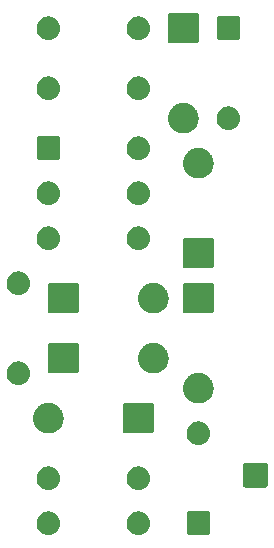
<source format=gbr>
G04 #@! TF.GenerationSoftware,KiCad,Pcbnew,8.0.1*
G04 #@! TF.CreationDate,2024-06-18T21:42:57-04:00*
G04 #@! TF.ProjectId,OdysseyDaughterCardGateMatrix,4f647973-7365-4794-9461-756768746572,1.1*
G04 #@! TF.SameCoordinates,Original*
G04 #@! TF.FileFunction,Soldermask,Top*
G04 #@! TF.FilePolarity,Negative*
%FSLAX46Y46*%
G04 Gerber Fmt 4.6, Leading zero omitted, Abs format (unit mm)*
G04 Created by KiCad (PCBNEW 8.0.1) date 2024-06-18 21:42:57*
%MOMM*%
%LPD*%
G01*
G04 APERTURE LIST*
G04 APERTURE END LIST*
G36*
X139748724Y-120924799D02*
G01*
X139792218Y-120924799D01*
X139840658Y-120933853D01*
X139895090Y-120939215D01*
X139936438Y-120951757D01*
X139973518Y-120958689D01*
X140024868Y-120978582D01*
X140082683Y-120996120D01*
X140115720Y-121013778D01*
X140145501Y-121025316D01*
X140197245Y-121057354D01*
X140255570Y-121088530D01*
X140280076Y-121108641D01*
X140302311Y-121122409D01*
X140351575Y-121167319D01*
X140407107Y-121212893D01*
X140423563Y-121232945D01*
X140438611Y-121246663D01*
X140482297Y-121304513D01*
X140531470Y-121364430D01*
X140540977Y-121382218D01*
X140549762Y-121393850D01*
X140584713Y-121464040D01*
X140623880Y-121537317D01*
X140628056Y-121551086D01*
X140631972Y-121558949D01*
X140655105Y-121640255D01*
X140680785Y-121724910D01*
X140681628Y-121733473D01*
X140682446Y-121736347D01*
X140690943Y-121828047D01*
X140700000Y-121920000D01*
X140690942Y-122011960D01*
X140682446Y-122103652D01*
X140681628Y-122106524D01*
X140680785Y-122115090D01*
X140655100Y-122199759D01*
X140631972Y-122281050D01*
X140628057Y-122288911D01*
X140623880Y-122302683D01*
X140584705Y-122375972D01*
X140549762Y-122446149D01*
X140540979Y-122457778D01*
X140531470Y-122475570D01*
X140482288Y-122535498D01*
X140438611Y-122593336D01*
X140423566Y-122607050D01*
X140407107Y-122627107D01*
X140351564Y-122672689D01*
X140302311Y-122717590D01*
X140280081Y-122731354D01*
X140255570Y-122751470D01*
X140197233Y-122782651D01*
X140145501Y-122814683D01*
X140115727Y-122826217D01*
X140082683Y-122843880D01*
X140024856Y-122861421D01*
X139973518Y-122881310D01*
X139936445Y-122888240D01*
X139895090Y-122900785D01*
X139840655Y-122906146D01*
X139792218Y-122915201D01*
X139748724Y-122915201D01*
X139700000Y-122920000D01*
X139651276Y-122915201D01*
X139607782Y-122915201D01*
X139559343Y-122906146D01*
X139504910Y-122900785D01*
X139463555Y-122888240D01*
X139426481Y-122881310D01*
X139375139Y-122861419D01*
X139317317Y-122843880D01*
X139284275Y-122826218D01*
X139254498Y-122814683D01*
X139202759Y-122782647D01*
X139144430Y-122751470D01*
X139119921Y-122731356D01*
X139097688Y-122717590D01*
X139048425Y-122672681D01*
X138992893Y-122627107D01*
X138976436Y-122607054D01*
X138961388Y-122593336D01*
X138917699Y-122535482D01*
X138868530Y-122475570D01*
X138859022Y-122457783D01*
X138850237Y-122446149D01*
X138815279Y-122375945D01*
X138776120Y-122302683D01*
X138771943Y-122288916D01*
X138768027Y-122281050D01*
X138744882Y-122199706D01*
X138719215Y-122115090D01*
X138718371Y-122106530D01*
X138717553Y-122103652D01*
X138709040Y-122011788D01*
X138700000Y-121920000D01*
X138709039Y-121828219D01*
X138717553Y-121736347D01*
X138718372Y-121733468D01*
X138719215Y-121724910D01*
X138744878Y-121640308D01*
X138768027Y-121558949D01*
X138771944Y-121551081D01*
X138776120Y-121537317D01*
X138815272Y-121464068D01*
X138850237Y-121393850D01*
X138859024Y-121382213D01*
X138868530Y-121364430D01*
X138917689Y-121304528D01*
X138961388Y-121246663D01*
X138976439Y-121232941D01*
X138992893Y-121212893D01*
X139048414Y-121167327D01*
X139097688Y-121122409D01*
X139119926Y-121108639D01*
X139144430Y-121088530D01*
X139202747Y-121057358D01*
X139254498Y-121025316D01*
X139284282Y-121013777D01*
X139317317Y-120996120D01*
X139375127Y-120978583D01*
X139426481Y-120958689D01*
X139463562Y-120951757D01*
X139504910Y-120939215D01*
X139559340Y-120933853D01*
X139607782Y-120924799D01*
X139651276Y-120924799D01*
X139700000Y-120920000D01*
X139748724Y-120924799D01*
G37*
G36*
X147368724Y-120924799D02*
G01*
X147412218Y-120924799D01*
X147460658Y-120933853D01*
X147515090Y-120939215D01*
X147556438Y-120951757D01*
X147593518Y-120958689D01*
X147644868Y-120978582D01*
X147702683Y-120996120D01*
X147735720Y-121013778D01*
X147765501Y-121025316D01*
X147817245Y-121057354D01*
X147875570Y-121088530D01*
X147900076Y-121108641D01*
X147922311Y-121122409D01*
X147971575Y-121167319D01*
X148027107Y-121212893D01*
X148043563Y-121232945D01*
X148058611Y-121246663D01*
X148102297Y-121304513D01*
X148151470Y-121364430D01*
X148160977Y-121382218D01*
X148169762Y-121393850D01*
X148204713Y-121464040D01*
X148243880Y-121537317D01*
X148248056Y-121551086D01*
X148251972Y-121558949D01*
X148275105Y-121640255D01*
X148300785Y-121724910D01*
X148301628Y-121733473D01*
X148302446Y-121736347D01*
X148310943Y-121828047D01*
X148320000Y-121920000D01*
X148310942Y-122011960D01*
X148302446Y-122103652D01*
X148301628Y-122106524D01*
X148300785Y-122115090D01*
X148275100Y-122199759D01*
X148251972Y-122281050D01*
X148248057Y-122288911D01*
X148243880Y-122302683D01*
X148204705Y-122375972D01*
X148169762Y-122446149D01*
X148160979Y-122457778D01*
X148151470Y-122475570D01*
X148102288Y-122535498D01*
X148058611Y-122593336D01*
X148043566Y-122607050D01*
X148027107Y-122627107D01*
X147971564Y-122672689D01*
X147922311Y-122717590D01*
X147900081Y-122731354D01*
X147875570Y-122751470D01*
X147817233Y-122782651D01*
X147765501Y-122814683D01*
X147735727Y-122826217D01*
X147702683Y-122843880D01*
X147644856Y-122861421D01*
X147593518Y-122881310D01*
X147556445Y-122888240D01*
X147515090Y-122900785D01*
X147460655Y-122906146D01*
X147412218Y-122915201D01*
X147368724Y-122915201D01*
X147320000Y-122920000D01*
X147271276Y-122915201D01*
X147227782Y-122915201D01*
X147179343Y-122906146D01*
X147124910Y-122900785D01*
X147083555Y-122888240D01*
X147046481Y-122881310D01*
X146995139Y-122861419D01*
X146937317Y-122843880D01*
X146904275Y-122826218D01*
X146874498Y-122814683D01*
X146822759Y-122782647D01*
X146764430Y-122751470D01*
X146739921Y-122731356D01*
X146717688Y-122717590D01*
X146668425Y-122672681D01*
X146612893Y-122627107D01*
X146596436Y-122607054D01*
X146581388Y-122593336D01*
X146537699Y-122535482D01*
X146488530Y-122475570D01*
X146479022Y-122457783D01*
X146470237Y-122446149D01*
X146435279Y-122375945D01*
X146396120Y-122302683D01*
X146391943Y-122288916D01*
X146388027Y-122281050D01*
X146364882Y-122199706D01*
X146339215Y-122115090D01*
X146338371Y-122106530D01*
X146337553Y-122103652D01*
X146329040Y-122011788D01*
X146320000Y-121920000D01*
X146329039Y-121828219D01*
X146337553Y-121736347D01*
X146338372Y-121733468D01*
X146339215Y-121724910D01*
X146364878Y-121640308D01*
X146388027Y-121558949D01*
X146391944Y-121551081D01*
X146396120Y-121537317D01*
X146435272Y-121464068D01*
X146470237Y-121393850D01*
X146479024Y-121382213D01*
X146488530Y-121364430D01*
X146537689Y-121304528D01*
X146581388Y-121246663D01*
X146596439Y-121232941D01*
X146612893Y-121212893D01*
X146668414Y-121167327D01*
X146717688Y-121122409D01*
X146739926Y-121108639D01*
X146764430Y-121088530D01*
X146822747Y-121057358D01*
X146874498Y-121025316D01*
X146904282Y-121013777D01*
X146937317Y-120996120D01*
X146995127Y-120978583D01*
X147046481Y-120958689D01*
X147083562Y-120951757D01*
X147124910Y-120939215D01*
X147179340Y-120933853D01*
X147227782Y-120924799D01*
X147271276Y-120924799D01*
X147320000Y-120920000D01*
X147368724Y-120924799D01*
G37*
G36*
X153216043Y-120923191D02*
G01*
X153248727Y-120927494D01*
X153256948Y-120931327D01*
X153276537Y-120935224D01*
X153302480Y-120952559D01*
X153313608Y-120957748D01*
X153320378Y-120964518D01*
X153341421Y-120978579D01*
X153355481Y-120999621D01*
X153362251Y-121006391D01*
X153367438Y-121017516D01*
X153384776Y-121043463D01*
X153388672Y-121063053D01*
X153392505Y-121071272D01*
X153396806Y-121103945D01*
X153400000Y-121120000D01*
X153400000Y-122720000D01*
X153396805Y-122736058D01*
X153392505Y-122768727D01*
X153388673Y-122776944D01*
X153384776Y-122796537D01*
X153367437Y-122822485D01*
X153362251Y-122833608D01*
X153355483Y-122840375D01*
X153341421Y-122861421D01*
X153320375Y-122875483D01*
X153313608Y-122882251D01*
X153302485Y-122887437D01*
X153276537Y-122904776D01*
X153256944Y-122908673D01*
X153248727Y-122912505D01*
X153216056Y-122916806D01*
X153200000Y-122920000D01*
X151600000Y-122920000D01*
X151583943Y-122916806D01*
X151551272Y-122912505D01*
X151543053Y-122908672D01*
X151523463Y-122904776D01*
X151497516Y-122887438D01*
X151486391Y-122882251D01*
X151479621Y-122875481D01*
X151458579Y-122861421D01*
X151444518Y-122840378D01*
X151437748Y-122833608D01*
X151432559Y-122822480D01*
X151415224Y-122796537D01*
X151411327Y-122776948D01*
X151407494Y-122768727D01*
X151403190Y-122736041D01*
X151400000Y-122720000D01*
X151400000Y-121120000D01*
X151403190Y-121103958D01*
X151407494Y-121071272D01*
X151411327Y-121063049D01*
X151415224Y-121043463D01*
X151432557Y-121017521D01*
X151437748Y-121006391D01*
X151444520Y-120999618D01*
X151458579Y-120978579D01*
X151479618Y-120964520D01*
X151486391Y-120957748D01*
X151497521Y-120952557D01*
X151523463Y-120935224D01*
X151543049Y-120931327D01*
X151551272Y-120927494D01*
X151583960Y-120923190D01*
X151600000Y-120920000D01*
X153200000Y-120920000D01*
X153216043Y-120923191D01*
G37*
G36*
X139748724Y-117114799D02*
G01*
X139792218Y-117114799D01*
X139840658Y-117123853D01*
X139895090Y-117129215D01*
X139936438Y-117141757D01*
X139973518Y-117148689D01*
X140024868Y-117168582D01*
X140082683Y-117186120D01*
X140115720Y-117203778D01*
X140145501Y-117215316D01*
X140197245Y-117247354D01*
X140255570Y-117278530D01*
X140280076Y-117298641D01*
X140302311Y-117312409D01*
X140351575Y-117357319D01*
X140407107Y-117402893D01*
X140423563Y-117422945D01*
X140438611Y-117436663D01*
X140482297Y-117494513D01*
X140531470Y-117554430D01*
X140540977Y-117572218D01*
X140549762Y-117583850D01*
X140584713Y-117654040D01*
X140623880Y-117727317D01*
X140628056Y-117741086D01*
X140631972Y-117748949D01*
X140655105Y-117830255D01*
X140680785Y-117914910D01*
X140681628Y-117923473D01*
X140682446Y-117926347D01*
X140690943Y-118018047D01*
X140700000Y-118110000D01*
X140690942Y-118201960D01*
X140682446Y-118293652D01*
X140681628Y-118296524D01*
X140680785Y-118305090D01*
X140655100Y-118389759D01*
X140631972Y-118471050D01*
X140628057Y-118478911D01*
X140623880Y-118492683D01*
X140584705Y-118565972D01*
X140549762Y-118636149D01*
X140540979Y-118647778D01*
X140531470Y-118665570D01*
X140482288Y-118725498D01*
X140438611Y-118783336D01*
X140423566Y-118797050D01*
X140407107Y-118817107D01*
X140351564Y-118862689D01*
X140302311Y-118907590D01*
X140280081Y-118921354D01*
X140255570Y-118941470D01*
X140197233Y-118972651D01*
X140145501Y-119004683D01*
X140115727Y-119016217D01*
X140082683Y-119033880D01*
X140024856Y-119051421D01*
X139973518Y-119071310D01*
X139936445Y-119078240D01*
X139895090Y-119090785D01*
X139840655Y-119096146D01*
X139792218Y-119105201D01*
X139748724Y-119105201D01*
X139700000Y-119110000D01*
X139651276Y-119105201D01*
X139607782Y-119105201D01*
X139559343Y-119096146D01*
X139504910Y-119090785D01*
X139463555Y-119078240D01*
X139426481Y-119071310D01*
X139375139Y-119051419D01*
X139317317Y-119033880D01*
X139284275Y-119016218D01*
X139254498Y-119004683D01*
X139202759Y-118972647D01*
X139144430Y-118941470D01*
X139119921Y-118921356D01*
X139097688Y-118907590D01*
X139048425Y-118862681D01*
X138992893Y-118817107D01*
X138976436Y-118797054D01*
X138961388Y-118783336D01*
X138917699Y-118725482D01*
X138868530Y-118665570D01*
X138859022Y-118647783D01*
X138850237Y-118636149D01*
X138815279Y-118565945D01*
X138776120Y-118492683D01*
X138771943Y-118478916D01*
X138768027Y-118471050D01*
X138744882Y-118389706D01*
X138719215Y-118305090D01*
X138718371Y-118296530D01*
X138717553Y-118293652D01*
X138709040Y-118201788D01*
X138700000Y-118110000D01*
X138709039Y-118018219D01*
X138717553Y-117926347D01*
X138718372Y-117923468D01*
X138719215Y-117914910D01*
X138744878Y-117830308D01*
X138768027Y-117748949D01*
X138771944Y-117741081D01*
X138776120Y-117727317D01*
X138815272Y-117654068D01*
X138850237Y-117583850D01*
X138859024Y-117572213D01*
X138868530Y-117554430D01*
X138917689Y-117494528D01*
X138961388Y-117436663D01*
X138976439Y-117422941D01*
X138992893Y-117402893D01*
X139048414Y-117357327D01*
X139097688Y-117312409D01*
X139119926Y-117298639D01*
X139144430Y-117278530D01*
X139202747Y-117247358D01*
X139254498Y-117215316D01*
X139284282Y-117203777D01*
X139317317Y-117186120D01*
X139375127Y-117168583D01*
X139426481Y-117148689D01*
X139463562Y-117141757D01*
X139504910Y-117129215D01*
X139559340Y-117123853D01*
X139607782Y-117114799D01*
X139651276Y-117114799D01*
X139700000Y-117110000D01*
X139748724Y-117114799D01*
G37*
G36*
X147368724Y-117114799D02*
G01*
X147412218Y-117114799D01*
X147460658Y-117123853D01*
X147515090Y-117129215D01*
X147556438Y-117141757D01*
X147593518Y-117148689D01*
X147644868Y-117168582D01*
X147702683Y-117186120D01*
X147735720Y-117203778D01*
X147765501Y-117215316D01*
X147817245Y-117247354D01*
X147875570Y-117278530D01*
X147900076Y-117298641D01*
X147922311Y-117312409D01*
X147971575Y-117357319D01*
X148027107Y-117402893D01*
X148043563Y-117422945D01*
X148058611Y-117436663D01*
X148102297Y-117494513D01*
X148151470Y-117554430D01*
X148160977Y-117572218D01*
X148169762Y-117583850D01*
X148204713Y-117654040D01*
X148243880Y-117727317D01*
X148248056Y-117741086D01*
X148251972Y-117748949D01*
X148275105Y-117830255D01*
X148300785Y-117914910D01*
X148301628Y-117923473D01*
X148302446Y-117926347D01*
X148310943Y-118018047D01*
X148320000Y-118110000D01*
X148310942Y-118201960D01*
X148302446Y-118293652D01*
X148301628Y-118296524D01*
X148300785Y-118305090D01*
X148275100Y-118389759D01*
X148251972Y-118471050D01*
X148248057Y-118478911D01*
X148243880Y-118492683D01*
X148204705Y-118565972D01*
X148169762Y-118636149D01*
X148160979Y-118647778D01*
X148151470Y-118665570D01*
X148102288Y-118725498D01*
X148058611Y-118783336D01*
X148043566Y-118797050D01*
X148027107Y-118817107D01*
X147971564Y-118862689D01*
X147922311Y-118907590D01*
X147900081Y-118921354D01*
X147875570Y-118941470D01*
X147817233Y-118972651D01*
X147765501Y-119004683D01*
X147735727Y-119016217D01*
X147702683Y-119033880D01*
X147644856Y-119051421D01*
X147593518Y-119071310D01*
X147556445Y-119078240D01*
X147515090Y-119090785D01*
X147460655Y-119096146D01*
X147412218Y-119105201D01*
X147368724Y-119105201D01*
X147320000Y-119110000D01*
X147271276Y-119105201D01*
X147227782Y-119105201D01*
X147179343Y-119096146D01*
X147124910Y-119090785D01*
X147083555Y-119078240D01*
X147046481Y-119071310D01*
X146995139Y-119051419D01*
X146937317Y-119033880D01*
X146904275Y-119016218D01*
X146874498Y-119004683D01*
X146822759Y-118972647D01*
X146764430Y-118941470D01*
X146739921Y-118921356D01*
X146717688Y-118907590D01*
X146668425Y-118862681D01*
X146612893Y-118817107D01*
X146596436Y-118797054D01*
X146581388Y-118783336D01*
X146537699Y-118725482D01*
X146488530Y-118665570D01*
X146479022Y-118647783D01*
X146470237Y-118636149D01*
X146435279Y-118565945D01*
X146396120Y-118492683D01*
X146391943Y-118478916D01*
X146388027Y-118471050D01*
X146364882Y-118389706D01*
X146339215Y-118305090D01*
X146338371Y-118296530D01*
X146337553Y-118293652D01*
X146329040Y-118201788D01*
X146320000Y-118110000D01*
X146329039Y-118018219D01*
X146337553Y-117926347D01*
X146338372Y-117923468D01*
X146339215Y-117914910D01*
X146364878Y-117830308D01*
X146388027Y-117748949D01*
X146391944Y-117741081D01*
X146396120Y-117727317D01*
X146435272Y-117654068D01*
X146470237Y-117583850D01*
X146479024Y-117572213D01*
X146488530Y-117554430D01*
X146537689Y-117494528D01*
X146581388Y-117436663D01*
X146596439Y-117422941D01*
X146612893Y-117402893D01*
X146668414Y-117357327D01*
X146717688Y-117312409D01*
X146739926Y-117298639D01*
X146764430Y-117278530D01*
X146822747Y-117247358D01*
X146874498Y-117215316D01*
X146904282Y-117203777D01*
X146937317Y-117186120D01*
X146995127Y-117168583D01*
X147046481Y-117148689D01*
X147083562Y-117141757D01*
X147124910Y-117129215D01*
X147179340Y-117123853D01*
X147227782Y-117114799D01*
X147271276Y-117114799D01*
X147320000Y-117110000D01*
X147368724Y-117114799D01*
G37*
G36*
X158092043Y-116809191D02*
G01*
X158124727Y-116813494D01*
X158132948Y-116817327D01*
X158152537Y-116821224D01*
X158178480Y-116838559D01*
X158189608Y-116843748D01*
X158196378Y-116850518D01*
X158217421Y-116864579D01*
X158231481Y-116885621D01*
X158238251Y-116892391D01*
X158243438Y-116903516D01*
X158260776Y-116929463D01*
X158264672Y-116949053D01*
X158268505Y-116957272D01*
X158272806Y-116989945D01*
X158276000Y-117006000D01*
X158276000Y-118706000D01*
X158272805Y-118722058D01*
X158268505Y-118754727D01*
X158264673Y-118762944D01*
X158260776Y-118782537D01*
X158243437Y-118808485D01*
X158238251Y-118819608D01*
X158231483Y-118826375D01*
X158217421Y-118847421D01*
X158196375Y-118861483D01*
X158189608Y-118868251D01*
X158178485Y-118873437D01*
X158152537Y-118890776D01*
X158132944Y-118894673D01*
X158124727Y-118898505D01*
X158092056Y-118902806D01*
X158076000Y-118906000D01*
X156376000Y-118906000D01*
X156359943Y-118902806D01*
X156327272Y-118898505D01*
X156319053Y-118894672D01*
X156299463Y-118890776D01*
X156273516Y-118873438D01*
X156262391Y-118868251D01*
X156255621Y-118861481D01*
X156234579Y-118847421D01*
X156220518Y-118826378D01*
X156213748Y-118819608D01*
X156208559Y-118808480D01*
X156191224Y-118782537D01*
X156187327Y-118762948D01*
X156183494Y-118754727D01*
X156179190Y-118722041D01*
X156176000Y-118706000D01*
X156176000Y-117006000D01*
X156179190Y-116989958D01*
X156183494Y-116957272D01*
X156187327Y-116949049D01*
X156191224Y-116929463D01*
X156208557Y-116903521D01*
X156213748Y-116892391D01*
X156220520Y-116885618D01*
X156234579Y-116864579D01*
X156255618Y-116850520D01*
X156262391Y-116843748D01*
X156273521Y-116838557D01*
X156299463Y-116821224D01*
X156319049Y-116817327D01*
X156327272Y-116813494D01*
X156359960Y-116809190D01*
X156376000Y-116806000D01*
X158076000Y-116806000D01*
X158092043Y-116809191D01*
G37*
G36*
X152448724Y-113304799D02*
G01*
X152492218Y-113304799D01*
X152540658Y-113313853D01*
X152595090Y-113319215D01*
X152636438Y-113331757D01*
X152673518Y-113338689D01*
X152724868Y-113358582D01*
X152782683Y-113376120D01*
X152815720Y-113393778D01*
X152845501Y-113405316D01*
X152897245Y-113437354D01*
X152955570Y-113468530D01*
X152980076Y-113488641D01*
X153002311Y-113502409D01*
X153051575Y-113547319D01*
X153107107Y-113592893D01*
X153123563Y-113612945D01*
X153138611Y-113626663D01*
X153182297Y-113684513D01*
X153231470Y-113744430D01*
X153240977Y-113762218D01*
X153249762Y-113773850D01*
X153284713Y-113844040D01*
X153323880Y-113917317D01*
X153328056Y-113931086D01*
X153331972Y-113938949D01*
X153355105Y-114020255D01*
X153380785Y-114104910D01*
X153381628Y-114113473D01*
X153382446Y-114116347D01*
X153390943Y-114208047D01*
X153400000Y-114300000D01*
X153390942Y-114391960D01*
X153382446Y-114483652D01*
X153381628Y-114486524D01*
X153380785Y-114495090D01*
X153355100Y-114579759D01*
X153331972Y-114661050D01*
X153328057Y-114668911D01*
X153323880Y-114682683D01*
X153284705Y-114755972D01*
X153249762Y-114826149D01*
X153240979Y-114837778D01*
X153231470Y-114855570D01*
X153182288Y-114915498D01*
X153138611Y-114973336D01*
X153123566Y-114987050D01*
X153107107Y-115007107D01*
X153051564Y-115052689D01*
X153002311Y-115097590D01*
X152980081Y-115111354D01*
X152955570Y-115131470D01*
X152897233Y-115162651D01*
X152845501Y-115194683D01*
X152815727Y-115206217D01*
X152782683Y-115223880D01*
X152724856Y-115241421D01*
X152673518Y-115261310D01*
X152636445Y-115268240D01*
X152595090Y-115280785D01*
X152540655Y-115286146D01*
X152492218Y-115295201D01*
X152448724Y-115295201D01*
X152400000Y-115300000D01*
X152351276Y-115295201D01*
X152307782Y-115295201D01*
X152259343Y-115286146D01*
X152204910Y-115280785D01*
X152163555Y-115268240D01*
X152126481Y-115261310D01*
X152075139Y-115241419D01*
X152017317Y-115223880D01*
X151984275Y-115206218D01*
X151954498Y-115194683D01*
X151902759Y-115162647D01*
X151844430Y-115131470D01*
X151819921Y-115111356D01*
X151797688Y-115097590D01*
X151748425Y-115052681D01*
X151692893Y-115007107D01*
X151676436Y-114987054D01*
X151661388Y-114973336D01*
X151617699Y-114915482D01*
X151568530Y-114855570D01*
X151559022Y-114837783D01*
X151550237Y-114826149D01*
X151515279Y-114755945D01*
X151476120Y-114682683D01*
X151471943Y-114668916D01*
X151468027Y-114661050D01*
X151444882Y-114579706D01*
X151419215Y-114495090D01*
X151418371Y-114486530D01*
X151417553Y-114483652D01*
X151409040Y-114391788D01*
X151400000Y-114300000D01*
X151409039Y-114208219D01*
X151417553Y-114116347D01*
X151418372Y-114113468D01*
X151419215Y-114104910D01*
X151444878Y-114020308D01*
X151468027Y-113938949D01*
X151471944Y-113931081D01*
X151476120Y-113917317D01*
X151515272Y-113844068D01*
X151550237Y-113773850D01*
X151559024Y-113762213D01*
X151568530Y-113744430D01*
X151617689Y-113684528D01*
X151661388Y-113626663D01*
X151676439Y-113612941D01*
X151692893Y-113592893D01*
X151748414Y-113547327D01*
X151797688Y-113502409D01*
X151819926Y-113488639D01*
X151844430Y-113468530D01*
X151902747Y-113437358D01*
X151954498Y-113405316D01*
X151984282Y-113393777D01*
X152017317Y-113376120D01*
X152075127Y-113358583D01*
X152126481Y-113338689D01*
X152163562Y-113331757D01*
X152204910Y-113319215D01*
X152259340Y-113313853D01*
X152307782Y-113304799D01*
X152351276Y-113304799D01*
X152400000Y-113300000D01*
X152448724Y-113304799D01*
G37*
G36*
X139755630Y-111734867D02*
G01*
X139807318Y-111734867D01*
X139864284Y-111744373D01*
X139925743Y-111749750D01*
X139974009Y-111762682D01*
X140019026Y-111770195D01*
X140079419Y-111790927D01*
X140144626Y-111808400D01*
X140184564Y-111827023D01*
X140222032Y-111839886D01*
X140283587Y-111873198D01*
X140350000Y-111904167D01*
X140381268Y-111926061D01*
X140410796Y-111942041D01*
X140470903Y-111988824D01*
X140535624Y-112034142D01*
X140558433Y-112056951D01*
X140580177Y-112073875D01*
X140636033Y-112134551D01*
X140695858Y-112194376D01*
X140710958Y-112215942D01*
X140725543Y-112231785D01*
X140774201Y-112306261D01*
X140825833Y-112380000D01*
X140834450Y-112398480D01*
X140842937Y-112411470D01*
X140881459Y-112499292D01*
X140921600Y-112585374D01*
X140925338Y-112599324D01*
X140929158Y-112608033D01*
X140954736Y-112709039D01*
X140980250Y-112804257D01*
X140980989Y-112812711D01*
X140981847Y-112816097D01*
X140991891Y-112937321D01*
X141000000Y-113030000D01*
X140991890Y-113122686D01*
X140981847Y-113243902D01*
X140980989Y-113247286D01*
X140980250Y-113255743D01*
X140954731Y-113350977D01*
X140929158Y-113451966D01*
X140925338Y-113460673D01*
X140921600Y-113474626D01*
X140881452Y-113560723D01*
X140842937Y-113648529D01*
X140834452Y-113661515D01*
X140825833Y-113680000D01*
X140774191Y-113753751D01*
X140725543Y-113828214D01*
X140710961Y-113844053D01*
X140695858Y-113865624D01*
X140636021Y-113925460D01*
X140580177Y-113986124D01*
X140558437Y-114003044D01*
X140535624Y-114025858D01*
X140470890Y-114071184D01*
X140410796Y-114117958D01*
X140381274Y-114133934D01*
X140350000Y-114155833D01*
X140283573Y-114186807D01*
X140222032Y-114220113D01*
X140184573Y-114232972D01*
X140144626Y-114251600D01*
X140079406Y-114269075D01*
X140019026Y-114289804D01*
X139974016Y-114297314D01*
X139925743Y-114310250D01*
X139864280Y-114315627D01*
X139807318Y-114325133D01*
X139755630Y-114325133D01*
X139700000Y-114330000D01*
X139644370Y-114325133D01*
X139592682Y-114325133D01*
X139535718Y-114315627D01*
X139474257Y-114310250D01*
X139425984Y-114297315D01*
X139380973Y-114289804D01*
X139320588Y-114269074D01*
X139255374Y-114251600D01*
X139215429Y-114232973D01*
X139177967Y-114220113D01*
X139116418Y-114186804D01*
X139050000Y-114155833D01*
X139018728Y-114133936D01*
X138989203Y-114117958D01*
X138929099Y-114071177D01*
X138864376Y-114025858D01*
X138841565Y-114003047D01*
X138819822Y-113986124D01*
X138763965Y-113925447D01*
X138704142Y-113865624D01*
X138689041Y-113844057D01*
X138674456Y-113828214D01*
X138625793Y-113753730D01*
X138574167Y-113680000D01*
X138565550Y-113661521D01*
X138557062Y-113648529D01*
X138518530Y-113560687D01*
X138478400Y-113474626D01*
X138474662Y-113460678D01*
X138470841Y-113451966D01*
X138445250Y-113350909D01*
X138419750Y-113255743D01*
X138419010Y-113247293D01*
X138418152Y-113243902D01*
X138408090Y-113122470D01*
X138400000Y-113030000D01*
X138408089Y-112937537D01*
X138418152Y-112816097D01*
X138419010Y-112812705D01*
X138419750Y-112804257D01*
X138445245Y-112709107D01*
X138470841Y-112608033D01*
X138474663Y-112599318D01*
X138478400Y-112585374D01*
X138518523Y-112499328D01*
X138557062Y-112411470D01*
X138565551Y-112398475D01*
X138574167Y-112380000D01*
X138625783Y-112306283D01*
X138674456Y-112231785D01*
X138689044Y-112215937D01*
X138704142Y-112194376D01*
X138763953Y-112134564D01*
X138819822Y-112073875D01*
X138841570Y-112056947D01*
X138864376Y-112034142D01*
X138929086Y-111988831D01*
X138989203Y-111942041D01*
X139018735Y-111926058D01*
X139050000Y-111904167D01*
X139116405Y-111873201D01*
X139177967Y-111839886D01*
X139215437Y-111827022D01*
X139255374Y-111808400D01*
X139320575Y-111790929D01*
X139380973Y-111770195D01*
X139425992Y-111762682D01*
X139474257Y-111749750D01*
X139535715Y-111744373D01*
X139592682Y-111734867D01*
X139644370Y-111734867D01*
X139700000Y-111730000D01*
X139755630Y-111734867D01*
G37*
G36*
X148436043Y-111733191D02*
G01*
X148468727Y-111737494D01*
X148476948Y-111741327D01*
X148496537Y-111745224D01*
X148522480Y-111762559D01*
X148533608Y-111767748D01*
X148540378Y-111774518D01*
X148561421Y-111788579D01*
X148575481Y-111809621D01*
X148582251Y-111816391D01*
X148587438Y-111827516D01*
X148604776Y-111853463D01*
X148608672Y-111873053D01*
X148612505Y-111881272D01*
X148616806Y-111913945D01*
X148620000Y-111930000D01*
X148620000Y-114130000D01*
X148616805Y-114146058D01*
X148612505Y-114178727D01*
X148608673Y-114186944D01*
X148604776Y-114206537D01*
X148587437Y-114232485D01*
X148582251Y-114243608D01*
X148575483Y-114250375D01*
X148561421Y-114271421D01*
X148540375Y-114285483D01*
X148533608Y-114292251D01*
X148522485Y-114297437D01*
X148496537Y-114314776D01*
X148476944Y-114318673D01*
X148468727Y-114322505D01*
X148436056Y-114326806D01*
X148420000Y-114330000D01*
X146220000Y-114330000D01*
X146203943Y-114326806D01*
X146171272Y-114322505D01*
X146163053Y-114318672D01*
X146143463Y-114314776D01*
X146117516Y-114297438D01*
X146106391Y-114292251D01*
X146099621Y-114285481D01*
X146078579Y-114271421D01*
X146064518Y-114250378D01*
X146057748Y-114243608D01*
X146052559Y-114232480D01*
X146035224Y-114206537D01*
X146031327Y-114186948D01*
X146027494Y-114178727D01*
X146023190Y-114146041D01*
X146020000Y-114130000D01*
X146020000Y-111930000D01*
X146023190Y-111913958D01*
X146027494Y-111881272D01*
X146031327Y-111873049D01*
X146035224Y-111853463D01*
X146052557Y-111827521D01*
X146057748Y-111816391D01*
X146064520Y-111809618D01*
X146078579Y-111788579D01*
X146099618Y-111774520D01*
X146106391Y-111767748D01*
X146117521Y-111762557D01*
X146143463Y-111745224D01*
X146163049Y-111741327D01*
X146171272Y-111737494D01*
X146203960Y-111733190D01*
X146220000Y-111730000D01*
X148420000Y-111730000D01*
X148436043Y-111733191D01*
G37*
G36*
X152455630Y-109194867D02*
G01*
X152507318Y-109194867D01*
X152564284Y-109204373D01*
X152625743Y-109209750D01*
X152674009Y-109222682D01*
X152719026Y-109230195D01*
X152779419Y-109250927D01*
X152844626Y-109268400D01*
X152884564Y-109287023D01*
X152922032Y-109299886D01*
X152983587Y-109333198D01*
X153050000Y-109364167D01*
X153081268Y-109386061D01*
X153110796Y-109402041D01*
X153170903Y-109448824D01*
X153235624Y-109494142D01*
X153258433Y-109516951D01*
X153280177Y-109533875D01*
X153336033Y-109594551D01*
X153395858Y-109654376D01*
X153410958Y-109675942D01*
X153425543Y-109691785D01*
X153474201Y-109766261D01*
X153525833Y-109840000D01*
X153534450Y-109858480D01*
X153542937Y-109871470D01*
X153581459Y-109959292D01*
X153621600Y-110045374D01*
X153625338Y-110059324D01*
X153629158Y-110068033D01*
X153654736Y-110169039D01*
X153680250Y-110264257D01*
X153680989Y-110272711D01*
X153681847Y-110276097D01*
X153691891Y-110397321D01*
X153700000Y-110490000D01*
X153691890Y-110582686D01*
X153681847Y-110703902D01*
X153680989Y-110707286D01*
X153680250Y-110715743D01*
X153654731Y-110810977D01*
X153629158Y-110911966D01*
X153625338Y-110920673D01*
X153621600Y-110934626D01*
X153581452Y-111020723D01*
X153542937Y-111108529D01*
X153534452Y-111121515D01*
X153525833Y-111140000D01*
X153474191Y-111213751D01*
X153425543Y-111288214D01*
X153410961Y-111304053D01*
X153395858Y-111325624D01*
X153336021Y-111385460D01*
X153280177Y-111446124D01*
X153258437Y-111463044D01*
X153235624Y-111485858D01*
X153170890Y-111531184D01*
X153110796Y-111577958D01*
X153081274Y-111593934D01*
X153050000Y-111615833D01*
X152983573Y-111646807D01*
X152922032Y-111680113D01*
X152884573Y-111692972D01*
X152844626Y-111711600D01*
X152779406Y-111729075D01*
X152719026Y-111749804D01*
X152674016Y-111757314D01*
X152625743Y-111770250D01*
X152564280Y-111775627D01*
X152507318Y-111785133D01*
X152455630Y-111785133D01*
X152400000Y-111790000D01*
X152344370Y-111785133D01*
X152292682Y-111785133D01*
X152235718Y-111775627D01*
X152174257Y-111770250D01*
X152125984Y-111757315D01*
X152080973Y-111749804D01*
X152020588Y-111729074D01*
X151955374Y-111711600D01*
X151915429Y-111692973D01*
X151877967Y-111680113D01*
X151816418Y-111646804D01*
X151750000Y-111615833D01*
X151718728Y-111593936D01*
X151689203Y-111577958D01*
X151629099Y-111531177D01*
X151564376Y-111485858D01*
X151541565Y-111463047D01*
X151519822Y-111446124D01*
X151463965Y-111385447D01*
X151404142Y-111325624D01*
X151389041Y-111304057D01*
X151374456Y-111288214D01*
X151325793Y-111213730D01*
X151274167Y-111140000D01*
X151265550Y-111121521D01*
X151257062Y-111108529D01*
X151218530Y-111020687D01*
X151178400Y-110934626D01*
X151174662Y-110920678D01*
X151170841Y-110911966D01*
X151145250Y-110810909D01*
X151119750Y-110715743D01*
X151119010Y-110707293D01*
X151118152Y-110703902D01*
X151108090Y-110582470D01*
X151100000Y-110490000D01*
X151108089Y-110397537D01*
X151118152Y-110276097D01*
X151119010Y-110272705D01*
X151119750Y-110264257D01*
X151145245Y-110169107D01*
X151170841Y-110068033D01*
X151174663Y-110059318D01*
X151178400Y-110045374D01*
X151218523Y-109959328D01*
X151257062Y-109871470D01*
X151265551Y-109858475D01*
X151274167Y-109840000D01*
X151325783Y-109766283D01*
X151374456Y-109691785D01*
X151389044Y-109675937D01*
X151404142Y-109654376D01*
X151463953Y-109594564D01*
X151519822Y-109533875D01*
X151541570Y-109516947D01*
X151564376Y-109494142D01*
X151629086Y-109448831D01*
X151689203Y-109402041D01*
X151718735Y-109386058D01*
X151750000Y-109364167D01*
X151816405Y-109333201D01*
X151877967Y-109299886D01*
X151915437Y-109287022D01*
X151955374Y-109268400D01*
X152020575Y-109250929D01*
X152080973Y-109230195D01*
X152125992Y-109222682D01*
X152174257Y-109209750D01*
X152235715Y-109204373D01*
X152292682Y-109194867D01*
X152344370Y-109194867D01*
X152400000Y-109190000D01*
X152455630Y-109194867D01*
G37*
G36*
X137208724Y-108224799D02*
G01*
X137252218Y-108224799D01*
X137300658Y-108233853D01*
X137355090Y-108239215D01*
X137396438Y-108251757D01*
X137433518Y-108258689D01*
X137484868Y-108278582D01*
X137542683Y-108296120D01*
X137575720Y-108313778D01*
X137605501Y-108325316D01*
X137657245Y-108357354D01*
X137715570Y-108388530D01*
X137740076Y-108408641D01*
X137762311Y-108422409D01*
X137811575Y-108467319D01*
X137867107Y-108512893D01*
X137883563Y-108532945D01*
X137898611Y-108546663D01*
X137942297Y-108604513D01*
X137991470Y-108664430D01*
X138000977Y-108682218D01*
X138009762Y-108693850D01*
X138044713Y-108764040D01*
X138083880Y-108837317D01*
X138088056Y-108851086D01*
X138091972Y-108858949D01*
X138115105Y-108940255D01*
X138140785Y-109024910D01*
X138141628Y-109033473D01*
X138142446Y-109036347D01*
X138150943Y-109128047D01*
X138160000Y-109220000D01*
X138150942Y-109311960D01*
X138142446Y-109403652D01*
X138141628Y-109406524D01*
X138140785Y-109415090D01*
X138115100Y-109499759D01*
X138091972Y-109581050D01*
X138088057Y-109588911D01*
X138083880Y-109602683D01*
X138044705Y-109675972D01*
X138009762Y-109746149D01*
X138000979Y-109757778D01*
X137991470Y-109775570D01*
X137942288Y-109835498D01*
X137898611Y-109893336D01*
X137883566Y-109907050D01*
X137867107Y-109927107D01*
X137811564Y-109972689D01*
X137762311Y-110017590D01*
X137740081Y-110031354D01*
X137715570Y-110051470D01*
X137657233Y-110082651D01*
X137605501Y-110114683D01*
X137575727Y-110126217D01*
X137542683Y-110143880D01*
X137484856Y-110161421D01*
X137433518Y-110181310D01*
X137396445Y-110188240D01*
X137355090Y-110200785D01*
X137300655Y-110206146D01*
X137252218Y-110215201D01*
X137208724Y-110215201D01*
X137160000Y-110220000D01*
X137111276Y-110215201D01*
X137067782Y-110215201D01*
X137019343Y-110206146D01*
X136964910Y-110200785D01*
X136923555Y-110188240D01*
X136886481Y-110181310D01*
X136835139Y-110161419D01*
X136777317Y-110143880D01*
X136744275Y-110126218D01*
X136714498Y-110114683D01*
X136662759Y-110082647D01*
X136604430Y-110051470D01*
X136579921Y-110031356D01*
X136557688Y-110017590D01*
X136508425Y-109972681D01*
X136452893Y-109927107D01*
X136436436Y-109907054D01*
X136421388Y-109893336D01*
X136377699Y-109835482D01*
X136328530Y-109775570D01*
X136319022Y-109757783D01*
X136310237Y-109746149D01*
X136275279Y-109675945D01*
X136236120Y-109602683D01*
X136231943Y-109588916D01*
X136228027Y-109581050D01*
X136204882Y-109499706D01*
X136179215Y-109415090D01*
X136178371Y-109406530D01*
X136177553Y-109403652D01*
X136169040Y-109311788D01*
X136160000Y-109220000D01*
X136169039Y-109128219D01*
X136177553Y-109036347D01*
X136178372Y-109033468D01*
X136179215Y-109024910D01*
X136204878Y-108940308D01*
X136228027Y-108858949D01*
X136231944Y-108851081D01*
X136236120Y-108837317D01*
X136275272Y-108764068D01*
X136310237Y-108693850D01*
X136319024Y-108682213D01*
X136328530Y-108664430D01*
X136377689Y-108604528D01*
X136421388Y-108546663D01*
X136436439Y-108532941D01*
X136452893Y-108512893D01*
X136508414Y-108467327D01*
X136557688Y-108422409D01*
X136579926Y-108408639D01*
X136604430Y-108388530D01*
X136662747Y-108357358D01*
X136714498Y-108325316D01*
X136744282Y-108313777D01*
X136777317Y-108296120D01*
X136835127Y-108278583D01*
X136886481Y-108258689D01*
X136923562Y-108251757D01*
X136964910Y-108239215D01*
X137019340Y-108233853D01*
X137067782Y-108224799D01*
X137111276Y-108224799D01*
X137160000Y-108220000D01*
X137208724Y-108224799D01*
G37*
G36*
X142086043Y-106653191D02*
G01*
X142118727Y-106657494D01*
X142126948Y-106661327D01*
X142146537Y-106665224D01*
X142172480Y-106682559D01*
X142183608Y-106687748D01*
X142190378Y-106694518D01*
X142211421Y-106708579D01*
X142225481Y-106729621D01*
X142232251Y-106736391D01*
X142237438Y-106747516D01*
X142254776Y-106773463D01*
X142258672Y-106793053D01*
X142262505Y-106801272D01*
X142266806Y-106833945D01*
X142270000Y-106850000D01*
X142270000Y-109050000D01*
X142266805Y-109066058D01*
X142262505Y-109098727D01*
X142258673Y-109106944D01*
X142254776Y-109126537D01*
X142237437Y-109152485D01*
X142232251Y-109163608D01*
X142225483Y-109170375D01*
X142211421Y-109191421D01*
X142190375Y-109205483D01*
X142183608Y-109212251D01*
X142172485Y-109217437D01*
X142146537Y-109234776D01*
X142126944Y-109238673D01*
X142118727Y-109242505D01*
X142086056Y-109246806D01*
X142070000Y-109250000D01*
X139870000Y-109250000D01*
X139853943Y-109246806D01*
X139821272Y-109242505D01*
X139813053Y-109238672D01*
X139793463Y-109234776D01*
X139767516Y-109217438D01*
X139756391Y-109212251D01*
X139749621Y-109205481D01*
X139728579Y-109191421D01*
X139714518Y-109170378D01*
X139707748Y-109163608D01*
X139702559Y-109152480D01*
X139685224Y-109126537D01*
X139681327Y-109106948D01*
X139677494Y-109098727D01*
X139673190Y-109066041D01*
X139670000Y-109050000D01*
X139670000Y-106850000D01*
X139673190Y-106833958D01*
X139677494Y-106801272D01*
X139681327Y-106793049D01*
X139685224Y-106773463D01*
X139702557Y-106747521D01*
X139707748Y-106736391D01*
X139714520Y-106729618D01*
X139728579Y-106708579D01*
X139749618Y-106694520D01*
X139756391Y-106687748D01*
X139767521Y-106682557D01*
X139793463Y-106665224D01*
X139813049Y-106661327D01*
X139821272Y-106657494D01*
X139853960Y-106653190D01*
X139870000Y-106650000D01*
X142070000Y-106650000D01*
X142086043Y-106653191D01*
G37*
G36*
X148645630Y-106654867D02*
G01*
X148697318Y-106654867D01*
X148754284Y-106664373D01*
X148815743Y-106669750D01*
X148864009Y-106682682D01*
X148909026Y-106690195D01*
X148969419Y-106710927D01*
X149034626Y-106728400D01*
X149074564Y-106747023D01*
X149112032Y-106759886D01*
X149173587Y-106793198D01*
X149240000Y-106824167D01*
X149271268Y-106846061D01*
X149300796Y-106862041D01*
X149360903Y-106908824D01*
X149425624Y-106954142D01*
X149448433Y-106976951D01*
X149470177Y-106993875D01*
X149526033Y-107054551D01*
X149585858Y-107114376D01*
X149600958Y-107135942D01*
X149615543Y-107151785D01*
X149664201Y-107226261D01*
X149715833Y-107300000D01*
X149724450Y-107318480D01*
X149732937Y-107331470D01*
X149771459Y-107419292D01*
X149811600Y-107505374D01*
X149815338Y-107519324D01*
X149819158Y-107528033D01*
X149844736Y-107629039D01*
X149870250Y-107724257D01*
X149870989Y-107732711D01*
X149871847Y-107736097D01*
X149881891Y-107857321D01*
X149890000Y-107950000D01*
X149881890Y-108042686D01*
X149871847Y-108163902D01*
X149870989Y-108167286D01*
X149870250Y-108175743D01*
X149844731Y-108270977D01*
X149819158Y-108371966D01*
X149815338Y-108380673D01*
X149811600Y-108394626D01*
X149771452Y-108480723D01*
X149732937Y-108568529D01*
X149724452Y-108581515D01*
X149715833Y-108600000D01*
X149664191Y-108673751D01*
X149615543Y-108748214D01*
X149600961Y-108764053D01*
X149585858Y-108785624D01*
X149526021Y-108845460D01*
X149470177Y-108906124D01*
X149448437Y-108923044D01*
X149425624Y-108945858D01*
X149360890Y-108991184D01*
X149300796Y-109037958D01*
X149271274Y-109053934D01*
X149240000Y-109075833D01*
X149173573Y-109106807D01*
X149112032Y-109140113D01*
X149074573Y-109152972D01*
X149034626Y-109171600D01*
X148969406Y-109189075D01*
X148909026Y-109209804D01*
X148864016Y-109217314D01*
X148815743Y-109230250D01*
X148754280Y-109235627D01*
X148697318Y-109245133D01*
X148645630Y-109245133D01*
X148590000Y-109250000D01*
X148534370Y-109245133D01*
X148482682Y-109245133D01*
X148425718Y-109235627D01*
X148364257Y-109230250D01*
X148315984Y-109217315D01*
X148270973Y-109209804D01*
X148210588Y-109189074D01*
X148145374Y-109171600D01*
X148105429Y-109152973D01*
X148067967Y-109140113D01*
X148006418Y-109106804D01*
X147940000Y-109075833D01*
X147908728Y-109053936D01*
X147879203Y-109037958D01*
X147819099Y-108991177D01*
X147754376Y-108945858D01*
X147731565Y-108923047D01*
X147709822Y-108906124D01*
X147653965Y-108845447D01*
X147594142Y-108785624D01*
X147579041Y-108764057D01*
X147564456Y-108748214D01*
X147515793Y-108673730D01*
X147464167Y-108600000D01*
X147455550Y-108581521D01*
X147447062Y-108568529D01*
X147408530Y-108480687D01*
X147368400Y-108394626D01*
X147364662Y-108380678D01*
X147360841Y-108371966D01*
X147335250Y-108270909D01*
X147309750Y-108175743D01*
X147309010Y-108167293D01*
X147308152Y-108163902D01*
X147298090Y-108042470D01*
X147290000Y-107950000D01*
X147298089Y-107857537D01*
X147308152Y-107736097D01*
X147309010Y-107732705D01*
X147309750Y-107724257D01*
X147335245Y-107629107D01*
X147360841Y-107528033D01*
X147364663Y-107519318D01*
X147368400Y-107505374D01*
X147408523Y-107419328D01*
X147447062Y-107331470D01*
X147455551Y-107318475D01*
X147464167Y-107300000D01*
X147515783Y-107226283D01*
X147564456Y-107151785D01*
X147579044Y-107135937D01*
X147594142Y-107114376D01*
X147653953Y-107054564D01*
X147709822Y-106993875D01*
X147731570Y-106976947D01*
X147754376Y-106954142D01*
X147819086Y-106908831D01*
X147879203Y-106862041D01*
X147908735Y-106846058D01*
X147940000Y-106824167D01*
X148006405Y-106793201D01*
X148067967Y-106759886D01*
X148105437Y-106747022D01*
X148145374Y-106728400D01*
X148210575Y-106710929D01*
X148270973Y-106690195D01*
X148315992Y-106682682D01*
X148364257Y-106669750D01*
X148425715Y-106664373D01*
X148482682Y-106654867D01*
X148534370Y-106654867D01*
X148590000Y-106650000D01*
X148645630Y-106654867D01*
G37*
G36*
X142086043Y-101573191D02*
G01*
X142118727Y-101577494D01*
X142126948Y-101581327D01*
X142146537Y-101585224D01*
X142172480Y-101602559D01*
X142183608Y-101607748D01*
X142190378Y-101614518D01*
X142211421Y-101628579D01*
X142225481Y-101649621D01*
X142232251Y-101656391D01*
X142237438Y-101667516D01*
X142254776Y-101693463D01*
X142258672Y-101713053D01*
X142262505Y-101721272D01*
X142266806Y-101753945D01*
X142270000Y-101770000D01*
X142270000Y-103970000D01*
X142266805Y-103986058D01*
X142262505Y-104018727D01*
X142258673Y-104026944D01*
X142254776Y-104046537D01*
X142237437Y-104072485D01*
X142232251Y-104083608D01*
X142225483Y-104090375D01*
X142211421Y-104111421D01*
X142190375Y-104125483D01*
X142183608Y-104132251D01*
X142172485Y-104137437D01*
X142146537Y-104154776D01*
X142126944Y-104158673D01*
X142118727Y-104162505D01*
X142086056Y-104166806D01*
X142070000Y-104170000D01*
X139870000Y-104170000D01*
X139853943Y-104166806D01*
X139821272Y-104162505D01*
X139813053Y-104158672D01*
X139793463Y-104154776D01*
X139767516Y-104137438D01*
X139756391Y-104132251D01*
X139749621Y-104125481D01*
X139728579Y-104111421D01*
X139714518Y-104090378D01*
X139707748Y-104083608D01*
X139702559Y-104072480D01*
X139685224Y-104046537D01*
X139681327Y-104026948D01*
X139677494Y-104018727D01*
X139673190Y-103986041D01*
X139670000Y-103970000D01*
X139670000Y-101770000D01*
X139673190Y-101753958D01*
X139677494Y-101721272D01*
X139681327Y-101713049D01*
X139685224Y-101693463D01*
X139702557Y-101667521D01*
X139707748Y-101656391D01*
X139714520Y-101649618D01*
X139728579Y-101628579D01*
X139749618Y-101614520D01*
X139756391Y-101607748D01*
X139767521Y-101602557D01*
X139793463Y-101585224D01*
X139813049Y-101581327D01*
X139821272Y-101577494D01*
X139853960Y-101573190D01*
X139870000Y-101570000D01*
X142070000Y-101570000D01*
X142086043Y-101573191D01*
G37*
G36*
X148645630Y-101574867D02*
G01*
X148697318Y-101574867D01*
X148754284Y-101584373D01*
X148815743Y-101589750D01*
X148864009Y-101602682D01*
X148909026Y-101610195D01*
X148969419Y-101630927D01*
X149034626Y-101648400D01*
X149074564Y-101667023D01*
X149112032Y-101679886D01*
X149173587Y-101713198D01*
X149240000Y-101744167D01*
X149271268Y-101766061D01*
X149300796Y-101782041D01*
X149360903Y-101828824D01*
X149425624Y-101874142D01*
X149448433Y-101896951D01*
X149470177Y-101913875D01*
X149526033Y-101974551D01*
X149585858Y-102034376D01*
X149600958Y-102055942D01*
X149615543Y-102071785D01*
X149664201Y-102146261D01*
X149715833Y-102220000D01*
X149724450Y-102238480D01*
X149732937Y-102251470D01*
X149771459Y-102339292D01*
X149811600Y-102425374D01*
X149815338Y-102439324D01*
X149819158Y-102448033D01*
X149844736Y-102549039D01*
X149870250Y-102644257D01*
X149870989Y-102652711D01*
X149871847Y-102656097D01*
X149881891Y-102777321D01*
X149890000Y-102870000D01*
X149881890Y-102962686D01*
X149871847Y-103083902D01*
X149870989Y-103087286D01*
X149870250Y-103095743D01*
X149844731Y-103190977D01*
X149819158Y-103291966D01*
X149815338Y-103300673D01*
X149811600Y-103314626D01*
X149771452Y-103400723D01*
X149732937Y-103488529D01*
X149724452Y-103501515D01*
X149715833Y-103520000D01*
X149664191Y-103593751D01*
X149615543Y-103668214D01*
X149600961Y-103684053D01*
X149585858Y-103705624D01*
X149526021Y-103765460D01*
X149470177Y-103826124D01*
X149448437Y-103843044D01*
X149425624Y-103865858D01*
X149360890Y-103911184D01*
X149300796Y-103957958D01*
X149271274Y-103973934D01*
X149240000Y-103995833D01*
X149173573Y-104026807D01*
X149112032Y-104060113D01*
X149074573Y-104072972D01*
X149034626Y-104091600D01*
X148969406Y-104109075D01*
X148909026Y-104129804D01*
X148864016Y-104137314D01*
X148815743Y-104150250D01*
X148754280Y-104155627D01*
X148697318Y-104165133D01*
X148645630Y-104165133D01*
X148590000Y-104170000D01*
X148534370Y-104165133D01*
X148482682Y-104165133D01*
X148425718Y-104155627D01*
X148364257Y-104150250D01*
X148315984Y-104137315D01*
X148270973Y-104129804D01*
X148210588Y-104109074D01*
X148145374Y-104091600D01*
X148105429Y-104072973D01*
X148067967Y-104060113D01*
X148006418Y-104026804D01*
X147940000Y-103995833D01*
X147908728Y-103973936D01*
X147879203Y-103957958D01*
X147819099Y-103911177D01*
X147754376Y-103865858D01*
X147731565Y-103843047D01*
X147709822Y-103826124D01*
X147653965Y-103765447D01*
X147594142Y-103705624D01*
X147579041Y-103684057D01*
X147564456Y-103668214D01*
X147515793Y-103593730D01*
X147464167Y-103520000D01*
X147455550Y-103501521D01*
X147447062Y-103488529D01*
X147408530Y-103400687D01*
X147368400Y-103314626D01*
X147364662Y-103300678D01*
X147360841Y-103291966D01*
X147335250Y-103190909D01*
X147309750Y-103095743D01*
X147309010Y-103087293D01*
X147308152Y-103083902D01*
X147298090Y-102962470D01*
X147290000Y-102870000D01*
X147298089Y-102777537D01*
X147308152Y-102656097D01*
X147309010Y-102652705D01*
X147309750Y-102644257D01*
X147335245Y-102549107D01*
X147360841Y-102448033D01*
X147364663Y-102439318D01*
X147368400Y-102425374D01*
X147408523Y-102339328D01*
X147447062Y-102251470D01*
X147455551Y-102238475D01*
X147464167Y-102220000D01*
X147515783Y-102146283D01*
X147564456Y-102071785D01*
X147579044Y-102055937D01*
X147594142Y-102034376D01*
X147653953Y-101974564D01*
X147709822Y-101913875D01*
X147731570Y-101896947D01*
X147754376Y-101874142D01*
X147819086Y-101828831D01*
X147879203Y-101782041D01*
X147908735Y-101766058D01*
X147940000Y-101744167D01*
X148006405Y-101713201D01*
X148067967Y-101679886D01*
X148105437Y-101667022D01*
X148145374Y-101648400D01*
X148210575Y-101630929D01*
X148270973Y-101610195D01*
X148315992Y-101602682D01*
X148364257Y-101589750D01*
X148425715Y-101584373D01*
X148482682Y-101574867D01*
X148534370Y-101574867D01*
X148590000Y-101570000D01*
X148645630Y-101574867D01*
G37*
G36*
X153516043Y-101573191D02*
G01*
X153548727Y-101577494D01*
X153556948Y-101581327D01*
X153576537Y-101585224D01*
X153602480Y-101602559D01*
X153613608Y-101607748D01*
X153620378Y-101614518D01*
X153641421Y-101628579D01*
X153655481Y-101649621D01*
X153662251Y-101656391D01*
X153667438Y-101667516D01*
X153684776Y-101693463D01*
X153688672Y-101713053D01*
X153692505Y-101721272D01*
X153696806Y-101753945D01*
X153700000Y-101770000D01*
X153700000Y-103970000D01*
X153696805Y-103986058D01*
X153692505Y-104018727D01*
X153688673Y-104026944D01*
X153684776Y-104046537D01*
X153667437Y-104072485D01*
X153662251Y-104083608D01*
X153655483Y-104090375D01*
X153641421Y-104111421D01*
X153620375Y-104125483D01*
X153613608Y-104132251D01*
X153602485Y-104137437D01*
X153576537Y-104154776D01*
X153556944Y-104158673D01*
X153548727Y-104162505D01*
X153516056Y-104166806D01*
X153500000Y-104170000D01*
X151300000Y-104170000D01*
X151283943Y-104166806D01*
X151251272Y-104162505D01*
X151243053Y-104158672D01*
X151223463Y-104154776D01*
X151197516Y-104137438D01*
X151186391Y-104132251D01*
X151179621Y-104125481D01*
X151158579Y-104111421D01*
X151144518Y-104090378D01*
X151137748Y-104083608D01*
X151132559Y-104072480D01*
X151115224Y-104046537D01*
X151111327Y-104026948D01*
X151107494Y-104018727D01*
X151103190Y-103986041D01*
X151100000Y-103970000D01*
X151100000Y-101770000D01*
X151103190Y-101753958D01*
X151107494Y-101721272D01*
X151111327Y-101713049D01*
X151115224Y-101693463D01*
X151132557Y-101667521D01*
X151137748Y-101656391D01*
X151144520Y-101649618D01*
X151158579Y-101628579D01*
X151179618Y-101614520D01*
X151186391Y-101607748D01*
X151197521Y-101602557D01*
X151223463Y-101585224D01*
X151243049Y-101581327D01*
X151251272Y-101577494D01*
X151283960Y-101573190D01*
X151300000Y-101570000D01*
X153500000Y-101570000D01*
X153516043Y-101573191D01*
G37*
G36*
X137208724Y-100604799D02*
G01*
X137252218Y-100604799D01*
X137300658Y-100613853D01*
X137355090Y-100619215D01*
X137396438Y-100631757D01*
X137433518Y-100638689D01*
X137484868Y-100658582D01*
X137542683Y-100676120D01*
X137575720Y-100693778D01*
X137605501Y-100705316D01*
X137657245Y-100737354D01*
X137715570Y-100768530D01*
X137740076Y-100788641D01*
X137762311Y-100802409D01*
X137811575Y-100847319D01*
X137867107Y-100892893D01*
X137883563Y-100912945D01*
X137898611Y-100926663D01*
X137942297Y-100984513D01*
X137991470Y-101044430D01*
X138000977Y-101062218D01*
X138009762Y-101073850D01*
X138044713Y-101144040D01*
X138083880Y-101217317D01*
X138088056Y-101231086D01*
X138091972Y-101238949D01*
X138115105Y-101320255D01*
X138140785Y-101404910D01*
X138141628Y-101413473D01*
X138142446Y-101416347D01*
X138150943Y-101508047D01*
X138160000Y-101600000D01*
X138150942Y-101691960D01*
X138142446Y-101783652D01*
X138141628Y-101786524D01*
X138140785Y-101795090D01*
X138115100Y-101879759D01*
X138091972Y-101961050D01*
X138088057Y-101968911D01*
X138083880Y-101982683D01*
X138044705Y-102055972D01*
X138009762Y-102126149D01*
X138000979Y-102137778D01*
X137991470Y-102155570D01*
X137942288Y-102215498D01*
X137898611Y-102273336D01*
X137883566Y-102287050D01*
X137867107Y-102307107D01*
X137811564Y-102352689D01*
X137762311Y-102397590D01*
X137740081Y-102411354D01*
X137715570Y-102431470D01*
X137657233Y-102462651D01*
X137605501Y-102494683D01*
X137575727Y-102506217D01*
X137542683Y-102523880D01*
X137484856Y-102541421D01*
X137433518Y-102561310D01*
X137396445Y-102568240D01*
X137355090Y-102580785D01*
X137300655Y-102586146D01*
X137252218Y-102595201D01*
X137208724Y-102595201D01*
X137160000Y-102600000D01*
X137111276Y-102595201D01*
X137067782Y-102595201D01*
X137019343Y-102586146D01*
X136964910Y-102580785D01*
X136923555Y-102568240D01*
X136886481Y-102561310D01*
X136835139Y-102541419D01*
X136777317Y-102523880D01*
X136744275Y-102506218D01*
X136714498Y-102494683D01*
X136662759Y-102462647D01*
X136604430Y-102431470D01*
X136579921Y-102411356D01*
X136557688Y-102397590D01*
X136508425Y-102352681D01*
X136452893Y-102307107D01*
X136436436Y-102287054D01*
X136421388Y-102273336D01*
X136377699Y-102215482D01*
X136328530Y-102155570D01*
X136319022Y-102137783D01*
X136310237Y-102126149D01*
X136275279Y-102055945D01*
X136236120Y-101982683D01*
X136231943Y-101968916D01*
X136228027Y-101961050D01*
X136204882Y-101879706D01*
X136179215Y-101795090D01*
X136178371Y-101786530D01*
X136177553Y-101783652D01*
X136169040Y-101691788D01*
X136160000Y-101600000D01*
X136169039Y-101508219D01*
X136177553Y-101416347D01*
X136178372Y-101413468D01*
X136179215Y-101404910D01*
X136204878Y-101320308D01*
X136228027Y-101238949D01*
X136231944Y-101231081D01*
X136236120Y-101217317D01*
X136275272Y-101144068D01*
X136310237Y-101073850D01*
X136319024Y-101062213D01*
X136328530Y-101044430D01*
X136377689Y-100984528D01*
X136421388Y-100926663D01*
X136436439Y-100912941D01*
X136452893Y-100892893D01*
X136508414Y-100847327D01*
X136557688Y-100802409D01*
X136579926Y-100788639D01*
X136604430Y-100768530D01*
X136662747Y-100737358D01*
X136714498Y-100705316D01*
X136744282Y-100693777D01*
X136777317Y-100676120D01*
X136835127Y-100658583D01*
X136886481Y-100638689D01*
X136923562Y-100631757D01*
X136964910Y-100619215D01*
X137019340Y-100613853D01*
X137067782Y-100604799D01*
X137111276Y-100604799D01*
X137160000Y-100600000D01*
X137208724Y-100604799D01*
G37*
G36*
X153516043Y-97763191D02*
G01*
X153548727Y-97767494D01*
X153556948Y-97771327D01*
X153576537Y-97775224D01*
X153602480Y-97792559D01*
X153613608Y-97797748D01*
X153620378Y-97804518D01*
X153641421Y-97818579D01*
X153655481Y-97839621D01*
X153662251Y-97846391D01*
X153667438Y-97857516D01*
X153684776Y-97883463D01*
X153688672Y-97903053D01*
X153692505Y-97911272D01*
X153696806Y-97943945D01*
X153700000Y-97960000D01*
X153700000Y-100160000D01*
X153696805Y-100176058D01*
X153692505Y-100208727D01*
X153688673Y-100216944D01*
X153684776Y-100236537D01*
X153667437Y-100262485D01*
X153662251Y-100273608D01*
X153655483Y-100280375D01*
X153641421Y-100301421D01*
X153620375Y-100315483D01*
X153613608Y-100322251D01*
X153602485Y-100327437D01*
X153576537Y-100344776D01*
X153556944Y-100348673D01*
X153548727Y-100352505D01*
X153516056Y-100356806D01*
X153500000Y-100360000D01*
X151300000Y-100360000D01*
X151283943Y-100356806D01*
X151251272Y-100352505D01*
X151243053Y-100348672D01*
X151223463Y-100344776D01*
X151197516Y-100327438D01*
X151186391Y-100322251D01*
X151179621Y-100315481D01*
X151158579Y-100301421D01*
X151144518Y-100280378D01*
X151137748Y-100273608D01*
X151132559Y-100262480D01*
X151115224Y-100236537D01*
X151111327Y-100216948D01*
X151107494Y-100208727D01*
X151103190Y-100176041D01*
X151100000Y-100160000D01*
X151100000Y-97960000D01*
X151103190Y-97943958D01*
X151107494Y-97911272D01*
X151111327Y-97903049D01*
X151115224Y-97883463D01*
X151132557Y-97857521D01*
X151137748Y-97846391D01*
X151144520Y-97839618D01*
X151158579Y-97818579D01*
X151179618Y-97804520D01*
X151186391Y-97797748D01*
X151197521Y-97792557D01*
X151223463Y-97775224D01*
X151243049Y-97771327D01*
X151251272Y-97767494D01*
X151283960Y-97763190D01*
X151300000Y-97760000D01*
X153500000Y-97760000D01*
X153516043Y-97763191D01*
G37*
G36*
X139748724Y-96794799D02*
G01*
X139792218Y-96794799D01*
X139840658Y-96803853D01*
X139895090Y-96809215D01*
X139936438Y-96821757D01*
X139973518Y-96828689D01*
X140024868Y-96848582D01*
X140082683Y-96866120D01*
X140115720Y-96883778D01*
X140145501Y-96895316D01*
X140197245Y-96927354D01*
X140255570Y-96958530D01*
X140280076Y-96978641D01*
X140302311Y-96992409D01*
X140351575Y-97037319D01*
X140407107Y-97082893D01*
X140423563Y-97102945D01*
X140438611Y-97116663D01*
X140482297Y-97174513D01*
X140531470Y-97234430D01*
X140540977Y-97252218D01*
X140549762Y-97263850D01*
X140584713Y-97334040D01*
X140623880Y-97407317D01*
X140628056Y-97421086D01*
X140631972Y-97428949D01*
X140655105Y-97510255D01*
X140680785Y-97594910D01*
X140681628Y-97603473D01*
X140682446Y-97606347D01*
X140690943Y-97698047D01*
X140700000Y-97790000D01*
X140690942Y-97881960D01*
X140682446Y-97973652D01*
X140681628Y-97976524D01*
X140680785Y-97985090D01*
X140655100Y-98069759D01*
X140631972Y-98151050D01*
X140628057Y-98158911D01*
X140623880Y-98172683D01*
X140584705Y-98245972D01*
X140549762Y-98316149D01*
X140540979Y-98327778D01*
X140531470Y-98345570D01*
X140482288Y-98405498D01*
X140438611Y-98463336D01*
X140423566Y-98477050D01*
X140407107Y-98497107D01*
X140351564Y-98542689D01*
X140302311Y-98587590D01*
X140280081Y-98601354D01*
X140255570Y-98621470D01*
X140197233Y-98652651D01*
X140145501Y-98684683D01*
X140115727Y-98696217D01*
X140082683Y-98713880D01*
X140024856Y-98731421D01*
X139973518Y-98751310D01*
X139936445Y-98758240D01*
X139895090Y-98770785D01*
X139840655Y-98776146D01*
X139792218Y-98785201D01*
X139748724Y-98785201D01*
X139700000Y-98790000D01*
X139651276Y-98785201D01*
X139607782Y-98785201D01*
X139559343Y-98776146D01*
X139504910Y-98770785D01*
X139463555Y-98758240D01*
X139426481Y-98751310D01*
X139375139Y-98731419D01*
X139317317Y-98713880D01*
X139284275Y-98696218D01*
X139254498Y-98684683D01*
X139202759Y-98652647D01*
X139144430Y-98621470D01*
X139119921Y-98601356D01*
X139097688Y-98587590D01*
X139048425Y-98542681D01*
X138992893Y-98497107D01*
X138976436Y-98477054D01*
X138961388Y-98463336D01*
X138917699Y-98405482D01*
X138868530Y-98345570D01*
X138859022Y-98327783D01*
X138850237Y-98316149D01*
X138815279Y-98245945D01*
X138776120Y-98172683D01*
X138771943Y-98158916D01*
X138768027Y-98151050D01*
X138744882Y-98069706D01*
X138719215Y-97985090D01*
X138718371Y-97976530D01*
X138717553Y-97973652D01*
X138709040Y-97881788D01*
X138700000Y-97790000D01*
X138709039Y-97698219D01*
X138717553Y-97606347D01*
X138718372Y-97603468D01*
X138719215Y-97594910D01*
X138744878Y-97510308D01*
X138768027Y-97428949D01*
X138771944Y-97421081D01*
X138776120Y-97407317D01*
X138815272Y-97334068D01*
X138850237Y-97263850D01*
X138859024Y-97252213D01*
X138868530Y-97234430D01*
X138917689Y-97174528D01*
X138961388Y-97116663D01*
X138976439Y-97102941D01*
X138992893Y-97082893D01*
X139048414Y-97037327D01*
X139097688Y-96992409D01*
X139119926Y-96978639D01*
X139144430Y-96958530D01*
X139202747Y-96927358D01*
X139254498Y-96895316D01*
X139284282Y-96883777D01*
X139317317Y-96866120D01*
X139375127Y-96848583D01*
X139426481Y-96828689D01*
X139463562Y-96821757D01*
X139504910Y-96809215D01*
X139559340Y-96803853D01*
X139607782Y-96794799D01*
X139651276Y-96794799D01*
X139700000Y-96790000D01*
X139748724Y-96794799D01*
G37*
G36*
X147368724Y-96794799D02*
G01*
X147412218Y-96794799D01*
X147460658Y-96803853D01*
X147515090Y-96809215D01*
X147556438Y-96821757D01*
X147593518Y-96828689D01*
X147644868Y-96848582D01*
X147702683Y-96866120D01*
X147735720Y-96883778D01*
X147765501Y-96895316D01*
X147817245Y-96927354D01*
X147875570Y-96958530D01*
X147900076Y-96978641D01*
X147922311Y-96992409D01*
X147971575Y-97037319D01*
X148027107Y-97082893D01*
X148043563Y-97102945D01*
X148058611Y-97116663D01*
X148102297Y-97174513D01*
X148151470Y-97234430D01*
X148160977Y-97252218D01*
X148169762Y-97263850D01*
X148204713Y-97334040D01*
X148243880Y-97407317D01*
X148248056Y-97421086D01*
X148251972Y-97428949D01*
X148275105Y-97510255D01*
X148300785Y-97594910D01*
X148301628Y-97603473D01*
X148302446Y-97606347D01*
X148310943Y-97698047D01*
X148320000Y-97790000D01*
X148310942Y-97881960D01*
X148302446Y-97973652D01*
X148301628Y-97976524D01*
X148300785Y-97985090D01*
X148275100Y-98069759D01*
X148251972Y-98151050D01*
X148248057Y-98158911D01*
X148243880Y-98172683D01*
X148204705Y-98245972D01*
X148169762Y-98316149D01*
X148160979Y-98327778D01*
X148151470Y-98345570D01*
X148102288Y-98405498D01*
X148058611Y-98463336D01*
X148043566Y-98477050D01*
X148027107Y-98497107D01*
X147971564Y-98542689D01*
X147922311Y-98587590D01*
X147900081Y-98601354D01*
X147875570Y-98621470D01*
X147817233Y-98652651D01*
X147765501Y-98684683D01*
X147735727Y-98696217D01*
X147702683Y-98713880D01*
X147644856Y-98731421D01*
X147593518Y-98751310D01*
X147556445Y-98758240D01*
X147515090Y-98770785D01*
X147460655Y-98776146D01*
X147412218Y-98785201D01*
X147368724Y-98785201D01*
X147320000Y-98790000D01*
X147271276Y-98785201D01*
X147227782Y-98785201D01*
X147179343Y-98776146D01*
X147124910Y-98770785D01*
X147083555Y-98758240D01*
X147046481Y-98751310D01*
X146995139Y-98731419D01*
X146937317Y-98713880D01*
X146904275Y-98696218D01*
X146874498Y-98684683D01*
X146822759Y-98652647D01*
X146764430Y-98621470D01*
X146739921Y-98601356D01*
X146717688Y-98587590D01*
X146668425Y-98542681D01*
X146612893Y-98497107D01*
X146596436Y-98477054D01*
X146581388Y-98463336D01*
X146537699Y-98405482D01*
X146488530Y-98345570D01*
X146479022Y-98327783D01*
X146470237Y-98316149D01*
X146435279Y-98245945D01*
X146396120Y-98172683D01*
X146391943Y-98158916D01*
X146388027Y-98151050D01*
X146364882Y-98069706D01*
X146339215Y-97985090D01*
X146338371Y-97976530D01*
X146337553Y-97973652D01*
X146329040Y-97881788D01*
X146320000Y-97790000D01*
X146329039Y-97698219D01*
X146337553Y-97606347D01*
X146338372Y-97603468D01*
X146339215Y-97594910D01*
X146364878Y-97510308D01*
X146388027Y-97428949D01*
X146391944Y-97421081D01*
X146396120Y-97407317D01*
X146435272Y-97334068D01*
X146470237Y-97263850D01*
X146479024Y-97252213D01*
X146488530Y-97234430D01*
X146537689Y-97174528D01*
X146581388Y-97116663D01*
X146596439Y-97102941D01*
X146612893Y-97082893D01*
X146668414Y-97037327D01*
X146717688Y-96992409D01*
X146739926Y-96978639D01*
X146764430Y-96958530D01*
X146822747Y-96927358D01*
X146874498Y-96895316D01*
X146904282Y-96883777D01*
X146937317Y-96866120D01*
X146995127Y-96848583D01*
X147046481Y-96828689D01*
X147083562Y-96821757D01*
X147124910Y-96809215D01*
X147179340Y-96803853D01*
X147227782Y-96794799D01*
X147271276Y-96794799D01*
X147320000Y-96790000D01*
X147368724Y-96794799D01*
G37*
G36*
X139748724Y-92984799D02*
G01*
X139792218Y-92984799D01*
X139840658Y-92993853D01*
X139895090Y-92999215D01*
X139936438Y-93011757D01*
X139973518Y-93018689D01*
X140024868Y-93038582D01*
X140082683Y-93056120D01*
X140115720Y-93073778D01*
X140145501Y-93085316D01*
X140197245Y-93117354D01*
X140255570Y-93148530D01*
X140280076Y-93168641D01*
X140302311Y-93182409D01*
X140351575Y-93227319D01*
X140407107Y-93272893D01*
X140423563Y-93292945D01*
X140438611Y-93306663D01*
X140482297Y-93364513D01*
X140531470Y-93424430D01*
X140540977Y-93442218D01*
X140549762Y-93453850D01*
X140584713Y-93524040D01*
X140623880Y-93597317D01*
X140628056Y-93611086D01*
X140631972Y-93618949D01*
X140655105Y-93700255D01*
X140680785Y-93784910D01*
X140681628Y-93793473D01*
X140682446Y-93796347D01*
X140690943Y-93888047D01*
X140700000Y-93980000D01*
X140690942Y-94071960D01*
X140682446Y-94163652D01*
X140681628Y-94166524D01*
X140680785Y-94175090D01*
X140655100Y-94259759D01*
X140631972Y-94341050D01*
X140628057Y-94348911D01*
X140623880Y-94362683D01*
X140584705Y-94435972D01*
X140549762Y-94506149D01*
X140540979Y-94517778D01*
X140531470Y-94535570D01*
X140482288Y-94595498D01*
X140438611Y-94653336D01*
X140423566Y-94667050D01*
X140407107Y-94687107D01*
X140351564Y-94732689D01*
X140302311Y-94777590D01*
X140280081Y-94791354D01*
X140255570Y-94811470D01*
X140197233Y-94842651D01*
X140145501Y-94874683D01*
X140115727Y-94886217D01*
X140082683Y-94903880D01*
X140024856Y-94921421D01*
X139973518Y-94941310D01*
X139936445Y-94948240D01*
X139895090Y-94960785D01*
X139840655Y-94966146D01*
X139792218Y-94975201D01*
X139748724Y-94975201D01*
X139700000Y-94980000D01*
X139651276Y-94975201D01*
X139607782Y-94975201D01*
X139559343Y-94966146D01*
X139504910Y-94960785D01*
X139463555Y-94948240D01*
X139426481Y-94941310D01*
X139375139Y-94921419D01*
X139317317Y-94903880D01*
X139284275Y-94886218D01*
X139254498Y-94874683D01*
X139202759Y-94842647D01*
X139144430Y-94811470D01*
X139119921Y-94791356D01*
X139097688Y-94777590D01*
X139048425Y-94732681D01*
X138992893Y-94687107D01*
X138976436Y-94667054D01*
X138961388Y-94653336D01*
X138917699Y-94595482D01*
X138868530Y-94535570D01*
X138859022Y-94517783D01*
X138850237Y-94506149D01*
X138815279Y-94435945D01*
X138776120Y-94362683D01*
X138771943Y-94348916D01*
X138768027Y-94341050D01*
X138744882Y-94259706D01*
X138719215Y-94175090D01*
X138718371Y-94166530D01*
X138717553Y-94163652D01*
X138709040Y-94071788D01*
X138700000Y-93980000D01*
X138709039Y-93888219D01*
X138717553Y-93796347D01*
X138718372Y-93793468D01*
X138719215Y-93784910D01*
X138744878Y-93700308D01*
X138768027Y-93618949D01*
X138771944Y-93611081D01*
X138776120Y-93597317D01*
X138815272Y-93524068D01*
X138850237Y-93453850D01*
X138859024Y-93442213D01*
X138868530Y-93424430D01*
X138917689Y-93364528D01*
X138961388Y-93306663D01*
X138976439Y-93292941D01*
X138992893Y-93272893D01*
X139048414Y-93227327D01*
X139097688Y-93182409D01*
X139119926Y-93168639D01*
X139144430Y-93148530D01*
X139202747Y-93117358D01*
X139254498Y-93085316D01*
X139284282Y-93073777D01*
X139317317Y-93056120D01*
X139375127Y-93038583D01*
X139426481Y-93018689D01*
X139463562Y-93011757D01*
X139504910Y-92999215D01*
X139559340Y-92993853D01*
X139607782Y-92984799D01*
X139651276Y-92984799D01*
X139700000Y-92980000D01*
X139748724Y-92984799D01*
G37*
G36*
X147368724Y-92984799D02*
G01*
X147412218Y-92984799D01*
X147460658Y-92993853D01*
X147515090Y-92999215D01*
X147556438Y-93011757D01*
X147593518Y-93018689D01*
X147644868Y-93038582D01*
X147702683Y-93056120D01*
X147735720Y-93073778D01*
X147765501Y-93085316D01*
X147817245Y-93117354D01*
X147875570Y-93148530D01*
X147900076Y-93168641D01*
X147922311Y-93182409D01*
X147971575Y-93227319D01*
X148027107Y-93272893D01*
X148043563Y-93292945D01*
X148058611Y-93306663D01*
X148102297Y-93364513D01*
X148151470Y-93424430D01*
X148160977Y-93442218D01*
X148169762Y-93453850D01*
X148204713Y-93524040D01*
X148243880Y-93597317D01*
X148248056Y-93611086D01*
X148251972Y-93618949D01*
X148275105Y-93700255D01*
X148300785Y-93784910D01*
X148301628Y-93793473D01*
X148302446Y-93796347D01*
X148310943Y-93888047D01*
X148320000Y-93980000D01*
X148310942Y-94071960D01*
X148302446Y-94163652D01*
X148301628Y-94166524D01*
X148300785Y-94175090D01*
X148275100Y-94259759D01*
X148251972Y-94341050D01*
X148248057Y-94348911D01*
X148243880Y-94362683D01*
X148204705Y-94435972D01*
X148169762Y-94506149D01*
X148160979Y-94517778D01*
X148151470Y-94535570D01*
X148102288Y-94595498D01*
X148058611Y-94653336D01*
X148043566Y-94667050D01*
X148027107Y-94687107D01*
X147971564Y-94732689D01*
X147922311Y-94777590D01*
X147900081Y-94791354D01*
X147875570Y-94811470D01*
X147817233Y-94842651D01*
X147765501Y-94874683D01*
X147735727Y-94886217D01*
X147702683Y-94903880D01*
X147644856Y-94921421D01*
X147593518Y-94941310D01*
X147556445Y-94948240D01*
X147515090Y-94960785D01*
X147460655Y-94966146D01*
X147412218Y-94975201D01*
X147368724Y-94975201D01*
X147320000Y-94980000D01*
X147271276Y-94975201D01*
X147227782Y-94975201D01*
X147179343Y-94966146D01*
X147124910Y-94960785D01*
X147083555Y-94948240D01*
X147046481Y-94941310D01*
X146995139Y-94921419D01*
X146937317Y-94903880D01*
X146904275Y-94886218D01*
X146874498Y-94874683D01*
X146822759Y-94842647D01*
X146764430Y-94811470D01*
X146739921Y-94791356D01*
X146717688Y-94777590D01*
X146668425Y-94732681D01*
X146612893Y-94687107D01*
X146596436Y-94667054D01*
X146581388Y-94653336D01*
X146537699Y-94595482D01*
X146488530Y-94535570D01*
X146479022Y-94517783D01*
X146470237Y-94506149D01*
X146435279Y-94435945D01*
X146396120Y-94362683D01*
X146391943Y-94348916D01*
X146388027Y-94341050D01*
X146364882Y-94259706D01*
X146339215Y-94175090D01*
X146338371Y-94166530D01*
X146337553Y-94163652D01*
X146329040Y-94071788D01*
X146320000Y-93980000D01*
X146329039Y-93888219D01*
X146337553Y-93796347D01*
X146338372Y-93793468D01*
X146339215Y-93784910D01*
X146364878Y-93700308D01*
X146388027Y-93618949D01*
X146391944Y-93611081D01*
X146396120Y-93597317D01*
X146435272Y-93524068D01*
X146470237Y-93453850D01*
X146479024Y-93442213D01*
X146488530Y-93424430D01*
X146537689Y-93364528D01*
X146581388Y-93306663D01*
X146596439Y-93292941D01*
X146612893Y-93272893D01*
X146668414Y-93227327D01*
X146717688Y-93182409D01*
X146739926Y-93168639D01*
X146764430Y-93148530D01*
X146822747Y-93117358D01*
X146874498Y-93085316D01*
X146904282Y-93073777D01*
X146937317Y-93056120D01*
X146995127Y-93038583D01*
X147046481Y-93018689D01*
X147083562Y-93011757D01*
X147124910Y-92999215D01*
X147179340Y-92993853D01*
X147227782Y-92984799D01*
X147271276Y-92984799D01*
X147320000Y-92980000D01*
X147368724Y-92984799D01*
G37*
G36*
X152455630Y-90144867D02*
G01*
X152507318Y-90144867D01*
X152564284Y-90154373D01*
X152625743Y-90159750D01*
X152674009Y-90172682D01*
X152719026Y-90180195D01*
X152779419Y-90200927D01*
X152844626Y-90218400D01*
X152884564Y-90237023D01*
X152922032Y-90249886D01*
X152983587Y-90283198D01*
X153050000Y-90314167D01*
X153081268Y-90336061D01*
X153110796Y-90352041D01*
X153170903Y-90398824D01*
X153235624Y-90444142D01*
X153258433Y-90466951D01*
X153280177Y-90483875D01*
X153336033Y-90544551D01*
X153395858Y-90604376D01*
X153410958Y-90625942D01*
X153425543Y-90641785D01*
X153474201Y-90716261D01*
X153525833Y-90790000D01*
X153534450Y-90808480D01*
X153542937Y-90821470D01*
X153581459Y-90909292D01*
X153621600Y-90995374D01*
X153625338Y-91009324D01*
X153629158Y-91018033D01*
X153654736Y-91119039D01*
X153680250Y-91214257D01*
X153680989Y-91222711D01*
X153681847Y-91226097D01*
X153691891Y-91347321D01*
X153700000Y-91440000D01*
X153691890Y-91532686D01*
X153681847Y-91653902D01*
X153680989Y-91657286D01*
X153680250Y-91665743D01*
X153654731Y-91760977D01*
X153629158Y-91861966D01*
X153625338Y-91870673D01*
X153621600Y-91884626D01*
X153581452Y-91970723D01*
X153542937Y-92058529D01*
X153534452Y-92071515D01*
X153525833Y-92090000D01*
X153474191Y-92163751D01*
X153425543Y-92238214D01*
X153410961Y-92254053D01*
X153395858Y-92275624D01*
X153336021Y-92335460D01*
X153280177Y-92396124D01*
X153258437Y-92413044D01*
X153235624Y-92435858D01*
X153170890Y-92481184D01*
X153110796Y-92527958D01*
X153081274Y-92543934D01*
X153050000Y-92565833D01*
X152983573Y-92596807D01*
X152922032Y-92630113D01*
X152884573Y-92642972D01*
X152844626Y-92661600D01*
X152779406Y-92679075D01*
X152719026Y-92699804D01*
X152674016Y-92707314D01*
X152625743Y-92720250D01*
X152564280Y-92725627D01*
X152507318Y-92735133D01*
X152455630Y-92735133D01*
X152400000Y-92740000D01*
X152344370Y-92735133D01*
X152292682Y-92735133D01*
X152235718Y-92725627D01*
X152174257Y-92720250D01*
X152125984Y-92707315D01*
X152080973Y-92699804D01*
X152020588Y-92679074D01*
X151955374Y-92661600D01*
X151915429Y-92642973D01*
X151877967Y-92630113D01*
X151816418Y-92596804D01*
X151750000Y-92565833D01*
X151718728Y-92543936D01*
X151689203Y-92527958D01*
X151629099Y-92481177D01*
X151564376Y-92435858D01*
X151541565Y-92413047D01*
X151519822Y-92396124D01*
X151463965Y-92335447D01*
X151404142Y-92275624D01*
X151389041Y-92254057D01*
X151374456Y-92238214D01*
X151325793Y-92163730D01*
X151274167Y-92090000D01*
X151265550Y-92071521D01*
X151257062Y-92058529D01*
X151218530Y-91970687D01*
X151178400Y-91884626D01*
X151174662Y-91870678D01*
X151170841Y-91861966D01*
X151145250Y-91760909D01*
X151119750Y-91665743D01*
X151119010Y-91657293D01*
X151118152Y-91653902D01*
X151108090Y-91532470D01*
X151100000Y-91440000D01*
X151108089Y-91347537D01*
X151118152Y-91226097D01*
X151119010Y-91222705D01*
X151119750Y-91214257D01*
X151145245Y-91119107D01*
X151170841Y-91018033D01*
X151174663Y-91009318D01*
X151178400Y-90995374D01*
X151218523Y-90909328D01*
X151257062Y-90821470D01*
X151265551Y-90808475D01*
X151274167Y-90790000D01*
X151325783Y-90716283D01*
X151374456Y-90641785D01*
X151389044Y-90625937D01*
X151404142Y-90604376D01*
X151463953Y-90544564D01*
X151519822Y-90483875D01*
X151541570Y-90466947D01*
X151564376Y-90444142D01*
X151629086Y-90398831D01*
X151689203Y-90352041D01*
X151718735Y-90336058D01*
X151750000Y-90314167D01*
X151816405Y-90283201D01*
X151877967Y-90249886D01*
X151915437Y-90237022D01*
X151955374Y-90218400D01*
X152020575Y-90200929D01*
X152080973Y-90180195D01*
X152125992Y-90172682D01*
X152174257Y-90159750D01*
X152235715Y-90154373D01*
X152292682Y-90144867D01*
X152344370Y-90144867D01*
X152400000Y-90140000D01*
X152455630Y-90144867D01*
G37*
G36*
X140516043Y-89173191D02*
G01*
X140548727Y-89177494D01*
X140556948Y-89181327D01*
X140576537Y-89185224D01*
X140602480Y-89202559D01*
X140613608Y-89207748D01*
X140620378Y-89214518D01*
X140641421Y-89228579D01*
X140655481Y-89249621D01*
X140662251Y-89256391D01*
X140667438Y-89267516D01*
X140684776Y-89293463D01*
X140688672Y-89313053D01*
X140692505Y-89321272D01*
X140696806Y-89353945D01*
X140700000Y-89370000D01*
X140700000Y-90970000D01*
X140696805Y-90986058D01*
X140692505Y-91018727D01*
X140688673Y-91026944D01*
X140684776Y-91046537D01*
X140667437Y-91072485D01*
X140662251Y-91083608D01*
X140655483Y-91090375D01*
X140641421Y-91111421D01*
X140620375Y-91125483D01*
X140613608Y-91132251D01*
X140602485Y-91137437D01*
X140576537Y-91154776D01*
X140556944Y-91158673D01*
X140548727Y-91162505D01*
X140516056Y-91166806D01*
X140500000Y-91170000D01*
X138900000Y-91170000D01*
X138883943Y-91166806D01*
X138851272Y-91162505D01*
X138843053Y-91158672D01*
X138823463Y-91154776D01*
X138797516Y-91137438D01*
X138786391Y-91132251D01*
X138779621Y-91125481D01*
X138758579Y-91111421D01*
X138744518Y-91090378D01*
X138737748Y-91083608D01*
X138732559Y-91072480D01*
X138715224Y-91046537D01*
X138711327Y-91026948D01*
X138707494Y-91018727D01*
X138703190Y-90986041D01*
X138700000Y-90970000D01*
X138700000Y-89370000D01*
X138703190Y-89353958D01*
X138707494Y-89321272D01*
X138711327Y-89313049D01*
X138715224Y-89293463D01*
X138732557Y-89267521D01*
X138737748Y-89256391D01*
X138744520Y-89249618D01*
X138758579Y-89228579D01*
X138779618Y-89214520D01*
X138786391Y-89207748D01*
X138797521Y-89202557D01*
X138823463Y-89185224D01*
X138843049Y-89181327D01*
X138851272Y-89177494D01*
X138883960Y-89173190D01*
X138900000Y-89170000D01*
X140500000Y-89170000D01*
X140516043Y-89173191D01*
G37*
G36*
X147368724Y-89174799D02*
G01*
X147412218Y-89174799D01*
X147460658Y-89183853D01*
X147515090Y-89189215D01*
X147556438Y-89201757D01*
X147593518Y-89208689D01*
X147644868Y-89228582D01*
X147702683Y-89246120D01*
X147735720Y-89263778D01*
X147765501Y-89275316D01*
X147817245Y-89307354D01*
X147875570Y-89338530D01*
X147900076Y-89358641D01*
X147922311Y-89372409D01*
X147971575Y-89417319D01*
X148027107Y-89462893D01*
X148043563Y-89482945D01*
X148058611Y-89496663D01*
X148102297Y-89554513D01*
X148151470Y-89614430D01*
X148160977Y-89632218D01*
X148169762Y-89643850D01*
X148204713Y-89714040D01*
X148243880Y-89787317D01*
X148248056Y-89801086D01*
X148251972Y-89808949D01*
X148275105Y-89890255D01*
X148300785Y-89974910D01*
X148301628Y-89983473D01*
X148302446Y-89986347D01*
X148310943Y-90078047D01*
X148320000Y-90170000D01*
X148310942Y-90261960D01*
X148302446Y-90353652D01*
X148301628Y-90356524D01*
X148300785Y-90365090D01*
X148275100Y-90449759D01*
X148251972Y-90531050D01*
X148248057Y-90538911D01*
X148243880Y-90552683D01*
X148204705Y-90625972D01*
X148169762Y-90696149D01*
X148160979Y-90707778D01*
X148151470Y-90725570D01*
X148102288Y-90785498D01*
X148058611Y-90843336D01*
X148043566Y-90857050D01*
X148027107Y-90877107D01*
X147971564Y-90922689D01*
X147922311Y-90967590D01*
X147900081Y-90981354D01*
X147875570Y-91001470D01*
X147817233Y-91032651D01*
X147765501Y-91064683D01*
X147735727Y-91076217D01*
X147702683Y-91093880D01*
X147644856Y-91111421D01*
X147593518Y-91131310D01*
X147556445Y-91138240D01*
X147515090Y-91150785D01*
X147460655Y-91156146D01*
X147412218Y-91165201D01*
X147368724Y-91165201D01*
X147320000Y-91170000D01*
X147271276Y-91165201D01*
X147227782Y-91165201D01*
X147179343Y-91156146D01*
X147124910Y-91150785D01*
X147083555Y-91138240D01*
X147046481Y-91131310D01*
X146995139Y-91111419D01*
X146937317Y-91093880D01*
X146904275Y-91076218D01*
X146874498Y-91064683D01*
X146822759Y-91032647D01*
X146764430Y-91001470D01*
X146739921Y-90981356D01*
X146717688Y-90967590D01*
X146668425Y-90922681D01*
X146612893Y-90877107D01*
X146596436Y-90857054D01*
X146581388Y-90843336D01*
X146537699Y-90785482D01*
X146488530Y-90725570D01*
X146479022Y-90707783D01*
X146470237Y-90696149D01*
X146435279Y-90625945D01*
X146396120Y-90552683D01*
X146391943Y-90538916D01*
X146388027Y-90531050D01*
X146364882Y-90449706D01*
X146339215Y-90365090D01*
X146338371Y-90356530D01*
X146337553Y-90353652D01*
X146329040Y-90261788D01*
X146320000Y-90170000D01*
X146329039Y-90078219D01*
X146337553Y-89986347D01*
X146338372Y-89983468D01*
X146339215Y-89974910D01*
X146364878Y-89890308D01*
X146388027Y-89808949D01*
X146391944Y-89801081D01*
X146396120Y-89787317D01*
X146435272Y-89714068D01*
X146470237Y-89643850D01*
X146479024Y-89632213D01*
X146488530Y-89614430D01*
X146537689Y-89554528D01*
X146581388Y-89496663D01*
X146596439Y-89482941D01*
X146612893Y-89462893D01*
X146668414Y-89417327D01*
X146717688Y-89372409D01*
X146739926Y-89358639D01*
X146764430Y-89338530D01*
X146822747Y-89307358D01*
X146874498Y-89275316D01*
X146904282Y-89263777D01*
X146937317Y-89246120D01*
X146995127Y-89228583D01*
X147046481Y-89208689D01*
X147083562Y-89201757D01*
X147124910Y-89189215D01*
X147179340Y-89183853D01*
X147227782Y-89174799D01*
X147271276Y-89174799D01*
X147320000Y-89170000D01*
X147368724Y-89174799D01*
G37*
G36*
X151185630Y-86334867D02*
G01*
X151237318Y-86334867D01*
X151294284Y-86344373D01*
X151355743Y-86349750D01*
X151404009Y-86362682D01*
X151449026Y-86370195D01*
X151509419Y-86390927D01*
X151574626Y-86408400D01*
X151614564Y-86427023D01*
X151652032Y-86439886D01*
X151713587Y-86473198D01*
X151780000Y-86504167D01*
X151811268Y-86526061D01*
X151840796Y-86542041D01*
X151900903Y-86588824D01*
X151965624Y-86634142D01*
X151988433Y-86656951D01*
X152010177Y-86673875D01*
X152066033Y-86734551D01*
X152125858Y-86794376D01*
X152140958Y-86815942D01*
X152155543Y-86831785D01*
X152204201Y-86906261D01*
X152255833Y-86980000D01*
X152264450Y-86998480D01*
X152272937Y-87011470D01*
X152311459Y-87099292D01*
X152351600Y-87185374D01*
X152355338Y-87199324D01*
X152359158Y-87208033D01*
X152384736Y-87309039D01*
X152410250Y-87404257D01*
X152410989Y-87412711D01*
X152411847Y-87416097D01*
X152421891Y-87537321D01*
X152430000Y-87630000D01*
X152421890Y-87722686D01*
X152411847Y-87843902D01*
X152410989Y-87847286D01*
X152410250Y-87855743D01*
X152384731Y-87950977D01*
X152359158Y-88051966D01*
X152355338Y-88060673D01*
X152351600Y-88074626D01*
X152311452Y-88160723D01*
X152272937Y-88248529D01*
X152264452Y-88261515D01*
X152255833Y-88280000D01*
X152204191Y-88353751D01*
X152155543Y-88428214D01*
X152140961Y-88444053D01*
X152125858Y-88465624D01*
X152066021Y-88525460D01*
X152010177Y-88586124D01*
X151988437Y-88603044D01*
X151965624Y-88625858D01*
X151900890Y-88671184D01*
X151840796Y-88717958D01*
X151811274Y-88733934D01*
X151780000Y-88755833D01*
X151713573Y-88786807D01*
X151652032Y-88820113D01*
X151614573Y-88832972D01*
X151574626Y-88851600D01*
X151509406Y-88869075D01*
X151449026Y-88889804D01*
X151404016Y-88897314D01*
X151355743Y-88910250D01*
X151294280Y-88915627D01*
X151237318Y-88925133D01*
X151185630Y-88925133D01*
X151130000Y-88930000D01*
X151074370Y-88925133D01*
X151022682Y-88925133D01*
X150965718Y-88915627D01*
X150904257Y-88910250D01*
X150855984Y-88897315D01*
X150810973Y-88889804D01*
X150750588Y-88869074D01*
X150685374Y-88851600D01*
X150645429Y-88832973D01*
X150607967Y-88820113D01*
X150546418Y-88786804D01*
X150480000Y-88755833D01*
X150448728Y-88733936D01*
X150419203Y-88717958D01*
X150359099Y-88671177D01*
X150294376Y-88625858D01*
X150271565Y-88603047D01*
X150249822Y-88586124D01*
X150193965Y-88525447D01*
X150134142Y-88465624D01*
X150119041Y-88444057D01*
X150104456Y-88428214D01*
X150055793Y-88353730D01*
X150004167Y-88280000D01*
X149995550Y-88261521D01*
X149987062Y-88248529D01*
X149948530Y-88160687D01*
X149908400Y-88074626D01*
X149904662Y-88060678D01*
X149900841Y-88051966D01*
X149875250Y-87950909D01*
X149849750Y-87855743D01*
X149849010Y-87847293D01*
X149848152Y-87843902D01*
X149838090Y-87722470D01*
X149830000Y-87630000D01*
X149838089Y-87537537D01*
X149848152Y-87416097D01*
X149849010Y-87412705D01*
X149849750Y-87404257D01*
X149875245Y-87309107D01*
X149900841Y-87208033D01*
X149904663Y-87199318D01*
X149908400Y-87185374D01*
X149948523Y-87099328D01*
X149987062Y-87011470D01*
X149995551Y-86998475D01*
X150004167Y-86980000D01*
X150055783Y-86906283D01*
X150104456Y-86831785D01*
X150119044Y-86815937D01*
X150134142Y-86794376D01*
X150193953Y-86734564D01*
X150249822Y-86673875D01*
X150271570Y-86656947D01*
X150294376Y-86634142D01*
X150359086Y-86588831D01*
X150419203Y-86542041D01*
X150448735Y-86526058D01*
X150480000Y-86504167D01*
X150546405Y-86473201D01*
X150607967Y-86439886D01*
X150645437Y-86427022D01*
X150685374Y-86408400D01*
X150750575Y-86390929D01*
X150810973Y-86370195D01*
X150855992Y-86362682D01*
X150904257Y-86349750D01*
X150965715Y-86344373D01*
X151022682Y-86334867D01*
X151074370Y-86334867D01*
X151130000Y-86330000D01*
X151185630Y-86334867D01*
G37*
G36*
X154988724Y-86634799D02*
G01*
X155032218Y-86634799D01*
X155080658Y-86643853D01*
X155135090Y-86649215D01*
X155176438Y-86661757D01*
X155213518Y-86668689D01*
X155264868Y-86688582D01*
X155322683Y-86706120D01*
X155355720Y-86723778D01*
X155385501Y-86735316D01*
X155437245Y-86767354D01*
X155495570Y-86798530D01*
X155520076Y-86818641D01*
X155542311Y-86832409D01*
X155591575Y-86877319D01*
X155647107Y-86922893D01*
X155663563Y-86942945D01*
X155678611Y-86956663D01*
X155722297Y-87014513D01*
X155771470Y-87074430D01*
X155780977Y-87092218D01*
X155789762Y-87103850D01*
X155824713Y-87174040D01*
X155863880Y-87247317D01*
X155868056Y-87261086D01*
X155871972Y-87268949D01*
X155895105Y-87350255D01*
X155920785Y-87434910D01*
X155921628Y-87443473D01*
X155922446Y-87446347D01*
X155930943Y-87538047D01*
X155940000Y-87630000D01*
X155930942Y-87721960D01*
X155922446Y-87813652D01*
X155921628Y-87816524D01*
X155920785Y-87825090D01*
X155895100Y-87909759D01*
X155871972Y-87991050D01*
X155868057Y-87998911D01*
X155863880Y-88012683D01*
X155824705Y-88085972D01*
X155789762Y-88156149D01*
X155780979Y-88167778D01*
X155771470Y-88185570D01*
X155722288Y-88245498D01*
X155678611Y-88303336D01*
X155663566Y-88317050D01*
X155647107Y-88337107D01*
X155591564Y-88382689D01*
X155542311Y-88427590D01*
X155520081Y-88441354D01*
X155495570Y-88461470D01*
X155437233Y-88492651D01*
X155385501Y-88524683D01*
X155355727Y-88536217D01*
X155322683Y-88553880D01*
X155264856Y-88571421D01*
X155213518Y-88591310D01*
X155176445Y-88598240D01*
X155135090Y-88610785D01*
X155080655Y-88616146D01*
X155032218Y-88625201D01*
X154988724Y-88625201D01*
X154940000Y-88630000D01*
X154891276Y-88625201D01*
X154847782Y-88625201D01*
X154799343Y-88616146D01*
X154744910Y-88610785D01*
X154703555Y-88598240D01*
X154666481Y-88591310D01*
X154615139Y-88571419D01*
X154557317Y-88553880D01*
X154524275Y-88536218D01*
X154494498Y-88524683D01*
X154442759Y-88492647D01*
X154384430Y-88461470D01*
X154359921Y-88441356D01*
X154337688Y-88427590D01*
X154288425Y-88382681D01*
X154232893Y-88337107D01*
X154216436Y-88317054D01*
X154201388Y-88303336D01*
X154157699Y-88245482D01*
X154108530Y-88185570D01*
X154099022Y-88167783D01*
X154090237Y-88156149D01*
X154055279Y-88085945D01*
X154016120Y-88012683D01*
X154011943Y-87998916D01*
X154008027Y-87991050D01*
X153984882Y-87909706D01*
X153959215Y-87825090D01*
X153958371Y-87816530D01*
X153957553Y-87813652D01*
X153949040Y-87721788D01*
X153940000Y-87630000D01*
X153949039Y-87538219D01*
X153957553Y-87446347D01*
X153958372Y-87443468D01*
X153959215Y-87434910D01*
X153984878Y-87350308D01*
X154008027Y-87268949D01*
X154011944Y-87261081D01*
X154016120Y-87247317D01*
X154055272Y-87174068D01*
X154090237Y-87103850D01*
X154099024Y-87092213D01*
X154108530Y-87074430D01*
X154157689Y-87014528D01*
X154201388Y-86956663D01*
X154216439Y-86942941D01*
X154232893Y-86922893D01*
X154288414Y-86877327D01*
X154337688Y-86832409D01*
X154359926Y-86818639D01*
X154384430Y-86798530D01*
X154442747Y-86767358D01*
X154494498Y-86735316D01*
X154524282Y-86723777D01*
X154557317Y-86706120D01*
X154615127Y-86688583D01*
X154666481Y-86668689D01*
X154703562Y-86661757D01*
X154744910Y-86649215D01*
X154799340Y-86643853D01*
X154847782Y-86634799D01*
X154891276Y-86634799D01*
X154940000Y-86630000D01*
X154988724Y-86634799D01*
G37*
G36*
X139748724Y-84094799D02*
G01*
X139792218Y-84094799D01*
X139840658Y-84103853D01*
X139895090Y-84109215D01*
X139936438Y-84121757D01*
X139973518Y-84128689D01*
X140024868Y-84148582D01*
X140082683Y-84166120D01*
X140115720Y-84183778D01*
X140145501Y-84195316D01*
X140197245Y-84227354D01*
X140255570Y-84258530D01*
X140280076Y-84278641D01*
X140302311Y-84292409D01*
X140351575Y-84337319D01*
X140407107Y-84382893D01*
X140423563Y-84402945D01*
X140438611Y-84416663D01*
X140482297Y-84474513D01*
X140531470Y-84534430D01*
X140540977Y-84552218D01*
X140549762Y-84563850D01*
X140584713Y-84634040D01*
X140623880Y-84707317D01*
X140628056Y-84721086D01*
X140631972Y-84728949D01*
X140655105Y-84810255D01*
X140680785Y-84894910D01*
X140681628Y-84903473D01*
X140682446Y-84906347D01*
X140690943Y-84998047D01*
X140700000Y-85090000D01*
X140690942Y-85181960D01*
X140682446Y-85273652D01*
X140681628Y-85276524D01*
X140680785Y-85285090D01*
X140655100Y-85369759D01*
X140631972Y-85451050D01*
X140628057Y-85458911D01*
X140623880Y-85472683D01*
X140584705Y-85545972D01*
X140549762Y-85616149D01*
X140540979Y-85627778D01*
X140531470Y-85645570D01*
X140482288Y-85705498D01*
X140438611Y-85763336D01*
X140423566Y-85777050D01*
X140407107Y-85797107D01*
X140351564Y-85842689D01*
X140302311Y-85887590D01*
X140280081Y-85901354D01*
X140255570Y-85921470D01*
X140197233Y-85952651D01*
X140145501Y-85984683D01*
X140115727Y-85996217D01*
X140082683Y-86013880D01*
X140024856Y-86031421D01*
X139973518Y-86051310D01*
X139936445Y-86058240D01*
X139895090Y-86070785D01*
X139840655Y-86076146D01*
X139792218Y-86085201D01*
X139748724Y-86085201D01*
X139700000Y-86090000D01*
X139651276Y-86085201D01*
X139607782Y-86085201D01*
X139559343Y-86076146D01*
X139504910Y-86070785D01*
X139463555Y-86058240D01*
X139426481Y-86051310D01*
X139375139Y-86031419D01*
X139317317Y-86013880D01*
X139284275Y-85996218D01*
X139254498Y-85984683D01*
X139202759Y-85952647D01*
X139144430Y-85921470D01*
X139119921Y-85901356D01*
X139097688Y-85887590D01*
X139048425Y-85842681D01*
X138992893Y-85797107D01*
X138976436Y-85777054D01*
X138961388Y-85763336D01*
X138917699Y-85705482D01*
X138868530Y-85645570D01*
X138859022Y-85627783D01*
X138850237Y-85616149D01*
X138815279Y-85545945D01*
X138776120Y-85472683D01*
X138771943Y-85458916D01*
X138768027Y-85451050D01*
X138744882Y-85369706D01*
X138719215Y-85285090D01*
X138718371Y-85276530D01*
X138717553Y-85273652D01*
X138709040Y-85181788D01*
X138700000Y-85090000D01*
X138709039Y-84998219D01*
X138717553Y-84906347D01*
X138718372Y-84903468D01*
X138719215Y-84894910D01*
X138744878Y-84810308D01*
X138768027Y-84728949D01*
X138771944Y-84721081D01*
X138776120Y-84707317D01*
X138815272Y-84634068D01*
X138850237Y-84563850D01*
X138859024Y-84552213D01*
X138868530Y-84534430D01*
X138917689Y-84474528D01*
X138961388Y-84416663D01*
X138976439Y-84402941D01*
X138992893Y-84382893D01*
X139048414Y-84337327D01*
X139097688Y-84292409D01*
X139119926Y-84278639D01*
X139144430Y-84258530D01*
X139202747Y-84227358D01*
X139254498Y-84195316D01*
X139284282Y-84183777D01*
X139317317Y-84166120D01*
X139375127Y-84148583D01*
X139426481Y-84128689D01*
X139463562Y-84121757D01*
X139504910Y-84109215D01*
X139559340Y-84103853D01*
X139607782Y-84094799D01*
X139651276Y-84094799D01*
X139700000Y-84090000D01*
X139748724Y-84094799D01*
G37*
G36*
X147368724Y-84094799D02*
G01*
X147412218Y-84094799D01*
X147460658Y-84103853D01*
X147515090Y-84109215D01*
X147556438Y-84121757D01*
X147593518Y-84128689D01*
X147644868Y-84148582D01*
X147702683Y-84166120D01*
X147735720Y-84183778D01*
X147765501Y-84195316D01*
X147817245Y-84227354D01*
X147875570Y-84258530D01*
X147900076Y-84278641D01*
X147922311Y-84292409D01*
X147971575Y-84337319D01*
X148027107Y-84382893D01*
X148043563Y-84402945D01*
X148058611Y-84416663D01*
X148102297Y-84474513D01*
X148151470Y-84534430D01*
X148160977Y-84552218D01*
X148169762Y-84563850D01*
X148204713Y-84634040D01*
X148243880Y-84707317D01*
X148248056Y-84721086D01*
X148251972Y-84728949D01*
X148275105Y-84810255D01*
X148300785Y-84894910D01*
X148301628Y-84903473D01*
X148302446Y-84906347D01*
X148310943Y-84998047D01*
X148320000Y-85090000D01*
X148310942Y-85181960D01*
X148302446Y-85273652D01*
X148301628Y-85276524D01*
X148300785Y-85285090D01*
X148275100Y-85369759D01*
X148251972Y-85451050D01*
X148248057Y-85458911D01*
X148243880Y-85472683D01*
X148204705Y-85545972D01*
X148169762Y-85616149D01*
X148160979Y-85627778D01*
X148151470Y-85645570D01*
X148102288Y-85705498D01*
X148058611Y-85763336D01*
X148043566Y-85777050D01*
X148027107Y-85797107D01*
X147971564Y-85842689D01*
X147922311Y-85887590D01*
X147900081Y-85901354D01*
X147875570Y-85921470D01*
X147817233Y-85952651D01*
X147765501Y-85984683D01*
X147735727Y-85996217D01*
X147702683Y-86013880D01*
X147644856Y-86031421D01*
X147593518Y-86051310D01*
X147556445Y-86058240D01*
X147515090Y-86070785D01*
X147460655Y-86076146D01*
X147412218Y-86085201D01*
X147368724Y-86085201D01*
X147320000Y-86090000D01*
X147271276Y-86085201D01*
X147227782Y-86085201D01*
X147179343Y-86076146D01*
X147124910Y-86070785D01*
X147083555Y-86058240D01*
X147046481Y-86051310D01*
X146995139Y-86031419D01*
X146937317Y-86013880D01*
X146904275Y-85996218D01*
X146874498Y-85984683D01*
X146822759Y-85952647D01*
X146764430Y-85921470D01*
X146739921Y-85901356D01*
X146717688Y-85887590D01*
X146668425Y-85842681D01*
X146612893Y-85797107D01*
X146596436Y-85777054D01*
X146581388Y-85763336D01*
X146537699Y-85705482D01*
X146488530Y-85645570D01*
X146479022Y-85627783D01*
X146470237Y-85616149D01*
X146435279Y-85545945D01*
X146396120Y-85472683D01*
X146391943Y-85458916D01*
X146388027Y-85451050D01*
X146364882Y-85369706D01*
X146339215Y-85285090D01*
X146338371Y-85276530D01*
X146337553Y-85273652D01*
X146329040Y-85181788D01*
X146320000Y-85090000D01*
X146329039Y-84998219D01*
X146337553Y-84906347D01*
X146338372Y-84903468D01*
X146339215Y-84894910D01*
X146364878Y-84810308D01*
X146388027Y-84728949D01*
X146391944Y-84721081D01*
X146396120Y-84707317D01*
X146435272Y-84634068D01*
X146470237Y-84563850D01*
X146479024Y-84552213D01*
X146488530Y-84534430D01*
X146537689Y-84474528D01*
X146581388Y-84416663D01*
X146596439Y-84402941D01*
X146612893Y-84382893D01*
X146668414Y-84337327D01*
X146717688Y-84292409D01*
X146739926Y-84278639D01*
X146764430Y-84258530D01*
X146822747Y-84227358D01*
X146874498Y-84195316D01*
X146904282Y-84183777D01*
X146937317Y-84166120D01*
X146995127Y-84148583D01*
X147046481Y-84128689D01*
X147083562Y-84121757D01*
X147124910Y-84109215D01*
X147179340Y-84103853D01*
X147227782Y-84094799D01*
X147271276Y-84094799D01*
X147320000Y-84090000D01*
X147368724Y-84094799D01*
G37*
G36*
X152246043Y-78713191D02*
G01*
X152278727Y-78717494D01*
X152286948Y-78721327D01*
X152306537Y-78725224D01*
X152332480Y-78742559D01*
X152343608Y-78747748D01*
X152350378Y-78754518D01*
X152371421Y-78768579D01*
X152385481Y-78789621D01*
X152392251Y-78796391D01*
X152397438Y-78807516D01*
X152414776Y-78833463D01*
X152418672Y-78853053D01*
X152422505Y-78861272D01*
X152426806Y-78893945D01*
X152430000Y-78910000D01*
X152430000Y-81110000D01*
X152426805Y-81126058D01*
X152422505Y-81158727D01*
X152418673Y-81166944D01*
X152414776Y-81186537D01*
X152397437Y-81212485D01*
X152392251Y-81223608D01*
X152385483Y-81230375D01*
X152371421Y-81251421D01*
X152350375Y-81265483D01*
X152343608Y-81272251D01*
X152332485Y-81277437D01*
X152306537Y-81294776D01*
X152286944Y-81298673D01*
X152278727Y-81302505D01*
X152246056Y-81306806D01*
X152230000Y-81310000D01*
X150030000Y-81310000D01*
X150013943Y-81306806D01*
X149981272Y-81302505D01*
X149973053Y-81298672D01*
X149953463Y-81294776D01*
X149927516Y-81277438D01*
X149916391Y-81272251D01*
X149909621Y-81265481D01*
X149888579Y-81251421D01*
X149874518Y-81230378D01*
X149867748Y-81223608D01*
X149862559Y-81212480D01*
X149845224Y-81186537D01*
X149841327Y-81166948D01*
X149837494Y-81158727D01*
X149833190Y-81126041D01*
X149830000Y-81110000D01*
X149830000Y-78910000D01*
X149833190Y-78893958D01*
X149837494Y-78861272D01*
X149841327Y-78853049D01*
X149845224Y-78833463D01*
X149862557Y-78807521D01*
X149867748Y-78796391D01*
X149874520Y-78789618D01*
X149888579Y-78768579D01*
X149909618Y-78754520D01*
X149916391Y-78747748D01*
X149927521Y-78742557D01*
X149953463Y-78725224D01*
X149973049Y-78721327D01*
X149981272Y-78717494D01*
X150013960Y-78713190D01*
X150030000Y-78710000D01*
X152230000Y-78710000D01*
X152246043Y-78713191D01*
G37*
G36*
X139748724Y-79014799D02*
G01*
X139792218Y-79014799D01*
X139840658Y-79023853D01*
X139895090Y-79029215D01*
X139936438Y-79041757D01*
X139973518Y-79048689D01*
X140024868Y-79068582D01*
X140082683Y-79086120D01*
X140115720Y-79103778D01*
X140145501Y-79115316D01*
X140197245Y-79147354D01*
X140255570Y-79178530D01*
X140280076Y-79198641D01*
X140302311Y-79212409D01*
X140351575Y-79257319D01*
X140407107Y-79302893D01*
X140423563Y-79322945D01*
X140438611Y-79336663D01*
X140482297Y-79394513D01*
X140531470Y-79454430D01*
X140540977Y-79472218D01*
X140549762Y-79483850D01*
X140584713Y-79554040D01*
X140623880Y-79627317D01*
X140628056Y-79641086D01*
X140631972Y-79648949D01*
X140655105Y-79730255D01*
X140680785Y-79814910D01*
X140681628Y-79823473D01*
X140682446Y-79826347D01*
X140690943Y-79918047D01*
X140700000Y-80010000D01*
X140690942Y-80101960D01*
X140682446Y-80193652D01*
X140681628Y-80196524D01*
X140680785Y-80205090D01*
X140655100Y-80289759D01*
X140631972Y-80371050D01*
X140628057Y-80378911D01*
X140623880Y-80392683D01*
X140584705Y-80465972D01*
X140549762Y-80536149D01*
X140540979Y-80547778D01*
X140531470Y-80565570D01*
X140482288Y-80625498D01*
X140438611Y-80683336D01*
X140423566Y-80697050D01*
X140407107Y-80717107D01*
X140351564Y-80762689D01*
X140302311Y-80807590D01*
X140280081Y-80821354D01*
X140255570Y-80841470D01*
X140197233Y-80872651D01*
X140145501Y-80904683D01*
X140115727Y-80916217D01*
X140082683Y-80933880D01*
X140024856Y-80951421D01*
X139973518Y-80971310D01*
X139936445Y-80978240D01*
X139895090Y-80990785D01*
X139840655Y-80996146D01*
X139792218Y-81005201D01*
X139748724Y-81005201D01*
X139700000Y-81010000D01*
X139651276Y-81005201D01*
X139607782Y-81005201D01*
X139559343Y-80996146D01*
X139504910Y-80990785D01*
X139463555Y-80978240D01*
X139426481Y-80971310D01*
X139375139Y-80951419D01*
X139317317Y-80933880D01*
X139284275Y-80916218D01*
X139254498Y-80904683D01*
X139202759Y-80872647D01*
X139144430Y-80841470D01*
X139119921Y-80821356D01*
X139097688Y-80807590D01*
X139048425Y-80762681D01*
X138992893Y-80717107D01*
X138976436Y-80697054D01*
X138961388Y-80683336D01*
X138917699Y-80625482D01*
X138868530Y-80565570D01*
X138859022Y-80547783D01*
X138850237Y-80536149D01*
X138815279Y-80465945D01*
X138776120Y-80392683D01*
X138771943Y-80378916D01*
X138768027Y-80371050D01*
X138744882Y-80289706D01*
X138719215Y-80205090D01*
X138718371Y-80196530D01*
X138717553Y-80193652D01*
X138709040Y-80101788D01*
X138700000Y-80010000D01*
X138709039Y-79918219D01*
X138717553Y-79826347D01*
X138718372Y-79823468D01*
X138719215Y-79814910D01*
X138744878Y-79730308D01*
X138768027Y-79648949D01*
X138771944Y-79641081D01*
X138776120Y-79627317D01*
X138815272Y-79554068D01*
X138850237Y-79483850D01*
X138859024Y-79472213D01*
X138868530Y-79454430D01*
X138917689Y-79394528D01*
X138961388Y-79336663D01*
X138976439Y-79322941D01*
X138992893Y-79302893D01*
X139048414Y-79257327D01*
X139097688Y-79212409D01*
X139119926Y-79198639D01*
X139144430Y-79178530D01*
X139202747Y-79147358D01*
X139254498Y-79115316D01*
X139284282Y-79103777D01*
X139317317Y-79086120D01*
X139375127Y-79068583D01*
X139426481Y-79048689D01*
X139463562Y-79041757D01*
X139504910Y-79029215D01*
X139559340Y-79023853D01*
X139607782Y-79014799D01*
X139651276Y-79014799D01*
X139700000Y-79010000D01*
X139748724Y-79014799D01*
G37*
G36*
X147368724Y-79014799D02*
G01*
X147412218Y-79014799D01*
X147460658Y-79023853D01*
X147515090Y-79029215D01*
X147556438Y-79041757D01*
X147593518Y-79048689D01*
X147644868Y-79068582D01*
X147702683Y-79086120D01*
X147735720Y-79103778D01*
X147765501Y-79115316D01*
X147817245Y-79147354D01*
X147875570Y-79178530D01*
X147900076Y-79198641D01*
X147922311Y-79212409D01*
X147971575Y-79257319D01*
X148027107Y-79302893D01*
X148043563Y-79322945D01*
X148058611Y-79336663D01*
X148102297Y-79394513D01*
X148151470Y-79454430D01*
X148160977Y-79472218D01*
X148169762Y-79483850D01*
X148204713Y-79554040D01*
X148243880Y-79627317D01*
X148248056Y-79641086D01*
X148251972Y-79648949D01*
X148275105Y-79730255D01*
X148300785Y-79814910D01*
X148301628Y-79823473D01*
X148302446Y-79826347D01*
X148310943Y-79918047D01*
X148320000Y-80010000D01*
X148310942Y-80101960D01*
X148302446Y-80193652D01*
X148301628Y-80196524D01*
X148300785Y-80205090D01*
X148275100Y-80289759D01*
X148251972Y-80371050D01*
X148248057Y-80378911D01*
X148243880Y-80392683D01*
X148204705Y-80465972D01*
X148169762Y-80536149D01*
X148160979Y-80547778D01*
X148151470Y-80565570D01*
X148102288Y-80625498D01*
X148058611Y-80683336D01*
X148043566Y-80697050D01*
X148027107Y-80717107D01*
X147971564Y-80762689D01*
X147922311Y-80807590D01*
X147900081Y-80821354D01*
X147875570Y-80841470D01*
X147817233Y-80872651D01*
X147765501Y-80904683D01*
X147735727Y-80916217D01*
X147702683Y-80933880D01*
X147644856Y-80951421D01*
X147593518Y-80971310D01*
X147556445Y-80978240D01*
X147515090Y-80990785D01*
X147460655Y-80996146D01*
X147412218Y-81005201D01*
X147368724Y-81005201D01*
X147320000Y-81010000D01*
X147271276Y-81005201D01*
X147227782Y-81005201D01*
X147179343Y-80996146D01*
X147124910Y-80990785D01*
X147083555Y-80978240D01*
X147046481Y-80971310D01*
X146995139Y-80951419D01*
X146937317Y-80933880D01*
X146904275Y-80916218D01*
X146874498Y-80904683D01*
X146822759Y-80872647D01*
X146764430Y-80841470D01*
X146739921Y-80821356D01*
X146717688Y-80807590D01*
X146668425Y-80762681D01*
X146612893Y-80717107D01*
X146596436Y-80697054D01*
X146581388Y-80683336D01*
X146537699Y-80625482D01*
X146488530Y-80565570D01*
X146479022Y-80547783D01*
X146470237Y-80536149D01*
X146435279Y-80465945D01*
X146396120Y-80392683D01*
X146391943Y-80378916D01*
X146388027Y-80371050D01*
X146364882Y-80289706D01*
X146339215Y-80205090D01*
X146338371Y-80196530D01*
X146337553Y-80193652D01*
X146329040Y-80101788D01*
X146320000Y-80010000D01*
X146329039Y-79918219D01*
X146337553Y-79826347D01*
X146338372Y-79823468D01*
X146339215Y-79814910D01*
X146364878Y-79730308D01*
X146388027Y-79648949D01*
X146391944Y-79641081D01*
X146396120Y-79627317D01*
X146435272Y-79554068D01*
X146470237Y-79483850D01*
X146479024Y-79472213D01*
X146488530Y-79454430D01*
X146537689Y-79394528D01*
X146581388Y-79336663D01*
X146596439Y-79322941D01*
X146612893Y-79302893D01*
X146668414Y-79257327D01*
X146717688Y-79212409D01*
X146739926Y-79198639D01*
X146764430Y-79178530D01*
X146822747Y-79147358D01*
X146874498Y-79115316D01*
X146904282Y-79103777D01*
X146937317Y-79086120D01*
X146995127Y-79068583D01*
X147046481Y-79048689D01*
X147083562Y-79041757D01*
X147124910Y-79029215D01*
X147179340Y-79023853D01*
X147227782Y-79014799D01*
X147271276Y-79014799D01*
X147320000Y-79010000D01*
X147368724Y-79014799D01*
G37*
G36*
X155756043Y-79013191D02*
G01*
X155788727Y-79017494D01*
X155796948Y-79021327D01*
X155816537Y-79025224D01*
X155842480Y-79042559D01*
X155853608Y-79047748D01*
X155860378Y-79054518D01*
X155881421Y-79068579D01*
X155895481Y-79089621D01*
X155902251Y-79096391D01*
X155907438Y-79107516D01*
X155924776Y-79133463D01*
X155928672Y-79153053D01*
X155932505Y-79161272D01*
X155936806Y-79193945D01*
X155940000Y-79210000D01*
X155940000Y-80810000D01*
X155936805Y-80826058D01*
X155932505Y-80858727D01*
X155928673Y-80866944D01*
X155924776Y-80886537D01*
X155907437Y-80912485D01*
X155902251Y-80923608D01*
X155895483Y-80930375D01*
X155881421Y-80951421D01*
X155860375Y-80965483D01*
X155853608Y-80972251D01*
X155842485Y-80977437D01*
X155816537Y-80994776D01*
X155796944Y-80998673D01*
X155788727Y-81002505D01*
X155756056Y-81006806D01*
X155740000Y-81010000D01*
X154140000Y-81010000D01*
X154123943Y-81006806D01*
X154091272Y-81002505D01*
X154083053Y-80998672D01*
X154063463Y-80994776D01*
X154037516Y-80977438D01*
X154026391Y-80972251D01*
X154019621Y-80965481D01*
X153998579Y-80951421D01*
X153984518Y-80930378D01*
X153977748Y-80923608D01*
X153972559Y-80912480D01*
X153955224Y-80886537D01*
X153951327Y-80866948D01*
X153947494Y-80858727D01*
X153943190Y-80826041D01*
X153940000Y-80810000D01*
X153940000Y-79210000D01*
X153943190Y-79193958D01*
X153947494Y-79161272D01*
X153951327Y-79153049D01*
X153955224Y-79133463D01*
X153972557Y-79107521D01*
X153977748Y-79096391D01*
X153984520Y-79089618D01*
X153998579Y-79068579D01*
X154019618Y-79054520D01*
X154026391Y-79047748D01*
X154037521Y-79042557D01*
X154063463Y-79025224D01*
X154083049Y-79021327D01*
X154091272Y-79017494D01*
X154123960Y-79013190D01*
X154140000Y-79010000D01*
X155740000Y-79010000D01*
X155756043Y-79013191D01*
G37*
M02*

</source>
